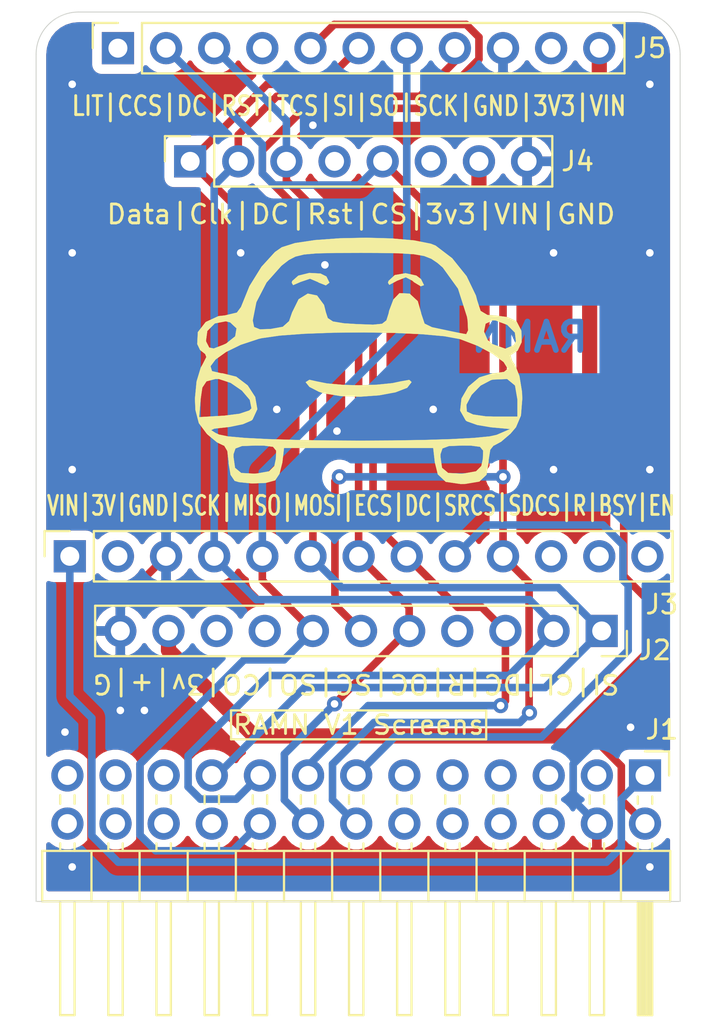
<source format=kicad_pcb>
(kicad_pcb (version 20171130) (host pcbnew "(5.1.8)-1")

  (general
    (thickness 1.6)
    (drawings 20)
    (tracks 170)
    (zones 0)
    (modules 6)
    (nets 39)
  )

  (page A4)
  (layers
    (0 F.Cu signal)
    (31 B.Cu signal)
    (32 B.Adhes user)
    (33 F.Adhes user)
    (34 B.Paste user)
    (35 F.Paste user)
    (36 B.SilkS user)
    (37 F.SilkS user)
    (38 B.Mask user)
    (39 F.Mask user hide)
    (40 Dwgs.User user hide)
    (41 Cmts.User user hide)
    (42 Eco1.User user hide)
    (43 Eco2.User user hide)
    (44 Edge.Cuts user)
    (45 Margin user)
    (46 B.CrtYd user)
    (47 F.CrtYd user)
    (48 B.Fab user hide)
    (49 F.Fab user hide)
  )

  (setup
    (last_trace_width 0.4)
    (trace_clearance 0.2)
    (zone_clearance 0.508)
    (zone_45_only no)
    (trace_min 0.2)
    (via_size 0.8)
    (via_drill 0.4)
    (via_min_size 0.4)
    (via_min_drill 0.3)
    (uvia_size 0.3)
    (uvia_drill 0.1)
    (uvias_allowed no)
    (uvia_min_size 0.2)
    (uvia_min_drill 0.1)
    (edge_width 0.05)
    (segment_width 0.2)
    (pcb_text_width 0.3)
    (pcb_text_size 1.5 1.5)
    (mod_edge_width 0.12)
    (mod_text_size 1 1)
    (mod_text_width 0.15)
    (pad_size 1.524 1.524)
    (pad_drill 0.762)
    (pad_to_mask_clearance 0.051)
    (solder_mask_min_width 0.25)
    (aux_axis_origin 19.05 20.32)
    (visible_elements 7FFFFFFF)
    (pcbplotparams
      (layerselection 0x010ec_ffffffff)
      (usegerberextensions false)
      (usegerberattributes false)
      (usegerberadvancedattributes false)
      (creategerberjobfile false)
      (excludeedgelayer true)
      (linewidth 0.100000)
      (plotframeref false)
      (viasonmask false)
      (mode 1)
      (useauxorigin false)
      (hpglpennumber 1)
      (hpglpenspeed 20)
      (hpglpendiameter 15.000000)
      (psnegative false)
      (psa4output false)
      (plotreference true)
      (plotvalue true)
      (plotinvisibletext false)
      (padsonsilk false)
      (subtractmaskfromsilk false)
      (outputformat 1)
      (mirror false)
      (drillshape 0)
      (scaleselection 1)
      (outputdirectory "CAD/"))
  )

  (net 0 "")
  (net 1 GND)
  (net 2 +5V)
  (net 3 DC)
  (net 4 /3V3_ECU)
  (net 5 MOSI)
  (net 6 MISO)
  (net 7 SCK)
  (net 8 LCD_CS)
  (net 9 SRAM_CS)
  (net 10 SD_CS)
  (net 11 "Net-(J1-Pad26)")
  (net 12 "Net-(J1-Pad25)")
  (net 13 "Net-(J1-Pad24)")
  (net 14 "Net-(J1-Pad23)")
  (net 15 "Net-(J1-Pad22)")
  (net 16 "Net-(J1-Pad21)")
  (net 17 "Net-(J1-Pad20)")
  (net 18 "Net-(J1-Pad12)")
  (net 19 "Net-(J1-Pad11)")
  (net 20 "Net-(J1-Pad10)")
  (net 21 "Net-(J1-Pad9)")
  (net 22 "Net-(J1-Pad8)")
  (net 23 "Net-(J1-Pad7)")
  (net 24 "Net-(J1-Pad6)")
  (net 25 "Net-(J1-Pad5)")
  (net 26 "Net-(J1-Pad3)")
  (net 27 "Net-(J3-Pad2)")
  (net 28 "Net-(J3-Pad11)")
  (net 29 "Net-(J3-Pad12)")
  (net 30 "Net-(J3-Pad13)")
  (net 31 "Net-(J4-Pad4)")
  (net 32 "Net-(J5-Pad4)")
  (net 33 "Net-(J4-Pad6)")
  (net 34 "Net-(J2-Pad9)")
  (net 35 "Net-(J2-Pad8)")
  (net 36 "Net-(J5-Pad1)")
  (net 37 "Net-(J5-Pad10)")
  (net 38 "Net-(J2-Pad4)")

  (net_class Default "This is the default net class."
    (clearance 0.2)
    (trace_width 0.4)
    (via_dia 0.8)
    (via_drill 0.4)
    (uvia_dia 0.3)
    (uvia_drill 0.1)
    (add_net DC)
    (add_net GND)
    (add_net LCD_CS)
    (add_net MISO)
    (add_net MOSI)
    (add_net "Net-(J1-Pad10)")
    (add_net "Net-(J1-Pad11)")
    (add_net "Net-(J1-Pad12)")
    (add_net "Net-(J1-Pad20)")
    (add_net "Net-(J1-Pad21)")
    (add_net "Net-(J1-Pad22)")
    (add_net "Net-(J1-Pad23)")
    (add_net "Net-(J1-Pad24)")
    (add_net "Net-(J1-Pad25)")
    (add_net "Net-(J1-Pad26)")
    (add_net "Net-(J1-Pad3)")
    (add_net "Net-(J1-Pad5)")
    (add_net "Net-(J1-Pad6)")
    (add_net "Net-(J1-Pad7)")
    (add_net "Net-(J1-Pad8)")
    (add_net "Net-(J1-Pad9)")
    (add_net "Net-(J2-Pad4)")
    (add_net "Net-(J2-Pad8)")
    (add_net "Net-(J2-Pad9)")
    (add_net "Net-(J3-Pad11)")
    (add_net "Net-(J3-Pad12)")
    (add_net "Net-(J3-Pad13)")
    (add_net "Net-(J3-Pad2)")
    (add_net "Net-(J4-Pad4)")
    (add_net "Net-(J4-Pad6)")
    (add_net "Net-(J5-Pad1)")
    (add_net "Net-(J5-Pad10)")
    (add_net "Net-(J5-Pad4)")
    (add_net SCK)
    (add_net SD_CS)
    (add_net SRAM_CS)
  )

  (net_class 3V ""
    (clearance 0.2)
    (trace_width 0.4)
    (via_dia 0.8)
    (via_drill 0.4)
    (uvia_dia 0.3)
    (uvia_drill 0.1)
    (add_net /3V3_ECU)
  )

  (net_class 5V ""
    (clearance 0.2)
    (trace_width 0.8)
    (via_dia 0.8)
    (via_drill 0.4)
    (uvia_dia 0.3)
    (uvia_drill 0.1)
    (add_net +5V)
  )

  (module drawings:ramona (layer F.Cu) (tedit 0) (tstamp 5FBFEA06)
    (at 29.083 36.703)
    (fp_text reference G*** (at 0 0) (layer F.SilkS) hide
      (effects (font (size 1.524 1.524) (thickness 0.3)))
    )
    (fp_text value LOGO (at 0.75 0) (layer F.SilkS) hide
      (effects (font (size 1.524 1.524) (thickness 0.3)))
    )
    (fp_poly (pts (xy 1.751171 -6.348173) (xy 2.933778 -6.243356) (xy 3.808567 -6.06933) (xy 4.063483 -5.969268)
      (xy 4.935547 -5.305344) (xy 5.697679 -4.357517) (xy 6.189775 -3.336342) (xy 6.252642 -3.090288)
      (xy 6.436166 -2.526389) (xy 6.796808 -2.312348) (xy 7.21995 -2.286001) (xy 7.883408 -2.195263)
      (xy 8.3312 -1.9812) (xy 8.588471 -1.476375) (xy 8.603897 -0.881004) (xy 8.387853 -0.428782)
      (xy 8.25865 -0.347254) (xy 8.017563 -0.18672) (xy 8.103076 0.10224) (xy 8.25865 0.33629)
      (xy 8.486715 0.912621) (xy 8.620936 1.736486) (xy 8.636 2.100062) (xy 8.565093 2.991484)
      (xy 8.302974 3.60829) (xy 8.012545 3.948545) (xy 7.52055 4.370174) (xy 7.14939 4.569577)
      (xy 7.123545 4.572) (xy 6.945861 4.794745) (xy 6.859563 5.340339) (xy 6.858 5.433824)
      (xy 6.751996 6.109353) (xy 6.37097 6.472364) (xy 5.620398 6.597279) (xy 5.376725 6.60011)
      (xy 4.598412 6.486284) (xy 4.180484 6.092827) (xy 4.023419 5.460174) (xy 3.989869 5.164666)
      (xy 4.318 5.164666) (xy 4.401617 5.749776) (xy 4.727437 6.021132) (xy 5.407915 6.057208)
      (xy 5.578921 6.044588) (xy 6.198848 5.932711) (xy 6.476584 5.652759) (xy 6.557371 5.2705)
      (xy 6.573285 4.843593) (xy 6.406301 4.639589) (xy 5.929606 4.576431) (xy 5.477871 4.572)
      (xy 4.764202 4.599275) (xy 4.42355 4.726745) (xy 4.321923 5.022876) (xy 4.318 5.164666)
      (xy 3.989869 5.164666) (xy 3.937 4.699) (xy -3.937 4.699) (xy -4.02342 5.460174)
      (xy -4.17567 6.064361) (xy -4.40442 6.408785) (xy -4.89482 6.541306) (xy -5.618639 6.573613)
      (xy -6.310616 6.502352) (xy -6.5405 6.43578) (xy -6.755086 6.119566) (xy -6.856733 5.517931)
      (xy -6.858 5.439833) (xy -6.890402 5.164666) (xy -6.604 5.164666) (xy -6.520383 5.749776)
      (xy -6.194563 6.021132) (xy -5.514085 6.057208) (xy -5.343079 6.044588) (xy -4.723152 5.932711)
      (xy -4.445416 5.652759) (xy -4.364629 5.2705) (xy -4.348715 4.843593) (xy -4.515699 4.639589)
      (xy -4.992394 4.576431) (xy -5.444129 4.572) (xy -6.157798 4.599275) (xy -6.49845 4.726745)
      (xy -6.600077 5.022876) (xy -6.604 5.164666) (xy -6.890402 5.164666) (xy -6.926192 4.860739)
      (xy -7.093369 4.577609) (xy -7.123546 4.572) (xy -7.468334 4.406794) (xy -7.95652 4.003539)
      (xy -8.012546 3.948545) (xy -8.430131 3.391635) (xy -8.512132 3.075668) (xy -8.414316 3.075668)
      (xy -7.084623 2.998334) (xy -6.285004 2.897321) (xy -5.766226 2.72426) (xy -5.652704 2.610715)
      (xy -5.74104 2.164584) (xy -6.157653 1.675906) (xy -6.750618 1.267869) (xy -7.368009 1.063662)
      (xy -7.561358 1.063097) (xy -8.02721 1.186178) (xy -8.248524 1.516994) (xy -8.334658 2.109334)
      (xy -8.414316 3.075668) (xy -8.512132 3.075668) (xy -8.610643 2.696085) (xy -8.636 2.100062)
      (xy -8.549736 1.195882) (xy -8.328286 0.463519) (xy -8.286253 0.390176) (xy -7.8149 0.390176)
      (xy -7.736329 0.650111) (xy -7.256833 0.761159) (xy -7.191871 0.762) (xy -6.457654 0.942935)
      (xy -5.853589 1.402254) (xy -5.456985 2.014727) (xy -5.345151 2.655123) (xy -5.595396 3.198213)
      (xy -5.654721 3.251972) (xy -6.103387 3.44622) (xy -6.809802 3.591515) (xy -6.988221 3.611459)
      (xy -7.612253 3.679951) (xy -7.782689 3.761136) (xy -7.552281 3.908611) (xy -7.366 3.995286)
      (xy -6.89496 4.092492) (xy -6.001796 4.172276) (xy -4.77209 4.23455) (xy -3.291422 4.279228)
      (xy -1.645374 4.306223) (xy 0.080474 4.315449) (xy 1.800541 4.306821) (xy 3.429246 4.28025)
      (xy 4.881008 4.235652) (xy 6.070246 4.172939) (xy 6.911379 4.092025) (xy 7.285964 4.010076)
      (xy 8.001 3.702152) (xy 6.98822 3.610149) (xy 6.257285 3.487245) (xy 5.724704 3.298968)
      (xy 5.65472 3.251972) (xy 5.357696 2.73054) (xy 5.392173 2.421752) (xy 5.687939 2.421752)
      (xy 5.708096 2.78283) (xy 6.037915 2.936761) (xy 6.694684 3.032432) (xy 7.12699 3.048)
      (xy 8.382 3.048) (xy 8.382 2.151028) (xy 8.253788 1.404578) (xy 7.839028 1.063639)
      (xy 7.092534 1.094786) (xy 6.987645 1.119639) (xy 6.43797 1.409521) (xy 5.963271 1.897453)
      (xy 5.687939 2.421752) (xy 5.392173 2.421752) (xy 5.428884 2.092962) (xy 5.791051 1.467312)
      (xy 6.366964 0.981661) (xy 7.07939 0.764083) (xy 7.156275 0.762) (xy 7.671924 0.68953)
      (xy 7.874 0.525295) (xy 7.653817 0.170731) (xy 7.079566 -0.259703) (xy 6.280693 -0.686062)
      (xy 5.386644 -1.028398) (xy 5.331671 -1.044853) (xy 4.527688 -1.192573) (xy 3.338288 -1.299924)
      (xy 1.884457 -1.36679) (xy 0.287178 -1.393057) (xy -1.332561 -1.37861) (xy -2.853776 -1.323336)
      (xy -4.155482 -1.22712) (xy -5.116693 -1.089848) (xy -5.267555 -1.054873) (xy -6.218872 -0.74117)
      (xy -6.99879 -0.359642) (xy -7.549926 0.035532) (xy -7.8149 0.390176) (xy -8.286253 0.390176)
      (xy -8.240598 0.310516) (xy -8.033612 -0.094408) (xy -8.096481 -0.254) (xy -8.363927 -0.464407)
      (xy -8.514778 -0.780203) (xy -8.506061 -0.948238) (xy -8.0559 -0.948238) (xy -8.037389 -0.892235)
      (xy -7.884941 -0.592797) (xy -7.646002 -0.543749) (xy -7.154176 -0.731634) (xy -6.987048 -0.807284)
      (xy -6.511604 -1.187044) (xy -6.441717 -1.607929) (xy -6.774491 -1.920716) (xy -7.009822 -1.980758)
      (xy -7.584028 -1.868812) (xy -7.985076 -1.469178) (xy -8.0559 -0.948238) (xy -8.506061 -0.948238)
      (xy -8.48225 -1.407187) (xy -8.066944 -1.94082) (xy -7.885173 -2.024826) (xy -5.588 -2.024826)
      (xy -5.516446 -1.677815) (xy -5.207709 -1.553442) (xy -4.650193 -1.572168) (xy -4.000104 -1.688354)
      (xy -3.668458 -1.986559) (xy -3.506949 -2.449419) (xy -3.164765 -3.142138) (xy -2.683468 -3.438777)
      (xy -2.193512 -3.338703) (xy -1.82535 -2.841283) (xy -1.729749 -2.458055) (xy -1.628227 -2.147348)
      (xy -1.353893 -1.968201) (xy -0.784583 -1.873625) (xy -0.097498 -1.830263) (xy 0.757945 -1.799244)
      (xy 1.23627 -1.846614) (xy 1.46776 -2.026069) (xy 1.582695 -2.391302) (xy 1.611851 -2.534758)
      (xy 1.836962 -3.130111) (xy 2.157083 -3.463412) (xy 2.689367 -3.438354) (xy 3.11875 -3.041789)
      (xy 3.301813 -2.408588) (xy 3.302 -2.386739) (xy 3.480098 -1.85605) (xy 3.8735 -1.665729)
      (xy 4.760844 -1.477275) (xy 5.282347 -1.369593) (xy 5.568713 -1.316182) (xy 5.679767 -1.299465)
      (xy 5.748292 -1.437707) (xy 6.613822 -1.437707) (xy 6.810484 -0.984185) (xy 7.0485 -0.782346)
      (xy 7.741132 -0.531441) (xy 8.192151 -0.722993) (xy 8.304241 -0.925731) (xy 8.247018 -1.38382)
      (xy 7.84094 -1.793615) (xy 7.237659 -2.019903) (xy 7.063453 -2.032) (xy 6.698914 -1.851278)
      (xy 6.613822 -1.437707) (xy 5.748292 -1.437707) (xy 5.778278 -1.4982) (xy 5.75201 -2.02886)
      (xy 5.721492 -2.213724) (xy 5.246183 -3.700574) (xy 4.442253 -4.813723) (xy 4.16182 -5.057573)
      (xy 3.838559 -5.275574) (xy 3.456314 -5.424561) (xy 2.917027 -5.517379) (xy 2.12264 -5.566871)
      (xy 0.975097 -5.585881) (xy 0.112234 -5.588001) (xy -1.25943 -5.583994) (xy -2.223804 -5.560975)
      (xy -2.88159 -5.502447) (xy -3.333493 -5.391911) (xy -3.680215 -5.21287) (xy -4.022459 -4.948826)
      (xy -4.07905 -4.90136) (xy -4.858128 -4.025238) (xy -5.396579 -2.986244) (xy -5.588 -2.024826)
      (xy -7.885173 -2.024826) (xy -7.392848 -2.252354) (xy -7.064662 -2.286) (xy -6.42356 -2.436899)
      (xy -6.20558 -2.7305) (xy -5.759456 -3.832044) (xy -5.124393 -4.854588) (xy -4.414052 -5.631703)
      (xy -4.052092 -5.883862) (xy -3.356272 -6.103773) (xy -2.292977 -6.26158) (xy -0.997266 -6.355864)
      (xy 0.395803 -6.385202) (xy 1.751171 -6.348173)) (layer F.SilkS) (width 0.01))
    (fp_poly (pts (xy -2.2225 1.189383) (xy -1.671085 1.298885) (xy -0.81422 1.374116) (xy 0 1.397)
      (xy 0.957316 1.365563) (xy 1.780486 1.283852) (xy 2.2225 1.189383) (xy 2.673969 1.11116)
      (xy 2.794 1.228035) (xy 2.561985 1.527631) (xy 1.948929 1.764167) (xy 1.079312 1.92469)
      (xy 0.077615 1.996249) (xy -0.931681 1.965892) (xy -1.824095 1.820667) (xy -2.0955 1.73678)
      (xy -2.595544 1.478286) (xy -2.794 1.231716) (xy -2.595127 1.105535) (xy -2.2225 1.189383)) (layer F.SilkS) (width 0.01))
    (fp_poly (pts (xy -2.010305 -4.496605) (xy -1.700491 -4.342091) (xy -1.540631 -4.015102) (xy -1.728164 -3.873881)
      (xy -2.108969 -4.023259) (xy -2.136626 -4.045431) (xy -2.564301 -4.225069) (xy -3.061153 -4.056962)
      (xy -3.456341 -3.887441) (xy -3.526853 -4.015622) (xy -3.502301 -4.102836) (xy -3.181299 -4.386288)
      (xy -2.604049 -4.528157) (xy -2.010305 -4.496605)) (layer F.SilkS) (width 0.01))
    (fp_poly (pts (xy 3.045528 -4.389354) (xy 3.291342 -4.203842) (xy 3.448287 -3.887599) (xy 3.282081 -3.826024)
      (xy 2.921982 -4.042722) (xy 2.83846 -4.12114) (xy 2.489931 -4.301417) (xy 2.021269 -4.116132)
      (xy 1.998022 -4.101728) (xy 1.61982 -3.901794) (xy 1.551539 -4.008839) (xy 1.57945 -4.108088)
      (xy 1.909328 -4.416469) (xy 2.475344 -4.514549) (xy 3.045528 -4.389354)) (layer F.SilkS) (width 0.01))
  )

  (module Connector_PinHeader_2.54mm:PinHeader_2x13_P2.54mm_Horizontal (layer F.Cu) (tedit 59FED5CB) (tstamp 5FC06A6D)
    (at 44.196 58.674 270)
    (descr "Through hole angled pin header, 2x13, 2.54mm pitch, 6mm pin length, double rows")
    (tags "Through hole angled pin header THT 2x13 2.54mm double row")
    (path /5D87B279)
    (fp_text reference J1 (at -2.413 -0.889 180) (layer F.SilkS)
      (effects (font (size 1 1) (thickness 0.15)))
    )
    (fp_text value " " (at 5.655 32.75 90) (layer F.Fab)
      (effects (font (size 1 1) (thickness 0.15)))
    )
    (fp_line (start 4.675 -1.27) (end 6.58 -1.27) (layer F.Fab) (width 0.1))
    (fp_line (start 6.58 -1.27) (end 6.58 31.75) (layer F.Fab) (width 0.1))
    (fp_line (start 6.58 31.75) (end 4.04 31.75) (layer F.Fab) (width 0.1))
    (fp_line (start 4.04 31.75) (end 4.04 -0.635) (layer F.Fab) (width 0.1))
    (fp_line (start 4.04 -0.635) (end 4.675 -1.27) (layer F.Fab) (width 0.1))
    (fp_line (start -0.32 -0.32) (end 4.04 -0.32) (layer F.Fab) (width 0.1))
    (fp_line (start -0.32 -0.32) (end -0.32 0.32) (layer F.Fab) (width 0.1))
    (fp_line (start -0.32 0.32) (end 4.04 0.32) (layer F.Fab) (width 0.1))
    (fp_line (start 6.58 -0.32) (end 12.58 -0.32) (layer F.Fab) (width 0.1))
    (fp_line (start 12.58 -0.32) (end 12.58 0.32) (layer F.Fab) (width 0.1))
    (fp_line (start 6.58 0.32) (end 12.58 0.32) (layer F.Fab) (width 0.1))
    (fp_line (start -0.32 2.22) (end 4.04 2.22) (layer F.Fab) (width 0.1))
    (fp_line (start -0.32 2.22) (end -0.32 2.86) (layer F.Fab) (width 0.1))
    (fp_line (start -0.32 2.86) (end 4.04 2.86) (layer F.Fab) (width 0.1))
    (fp_line (start 6.58 2.22) (end 12.58 2.22) (layer F.Fab) (width 0.1))
    (fp_line (start 12.58 2.22) (end 12.58 2.86) (layer F.Fab) (width 0.1))
    (fp_line (start 6.58 2.86) (end 12.58 2.86) (layer F.Fab) (width 0.1))
    (fp_line (start -0.32 4.76) (end 4.04 4.76) (layer F.Fab) (width 0.1))
    (fp_line (start -0.32 4.76) (end -0.32 5.4) (layer F.Fab) (width 0.1))
    (fp_line (start -0.32 5.4) (end 4.04 5.4) (layer F.Fab) (width 0.1))
    (fp_line (start 6.58 4.76) (end 12.58 4.76) (layer F.Fab) (width 0.1))
    (fp_line (start 12.58 4.76) (end 12.58 5.4) (layer F.Fab) (width 0.1))
    (fp_line (start 6.58 5.4) (end 12.58 5.4) (layer F.Fab) (width 0.1))
    (fp_line (start -0.32 7.3) (end 4.04 7.3) (layer F.Fab) (width 0.1))
    (fp_line (start -0.32 7.3) (end -0.32 7.94) (layer F.Fab) (width 0.1))
    (fp_line (start -0.32 7.94) (end 4.04 7.94) (layer F.Fab) (width 0.1))
    (fp_line (start 6.58 7.3) (end 12.58 7.3) (layer F.Fab) (width 0.1))
    (fp_line (start 12.58 7.3) (end 12.58 7.94) (layer F.Fab) (width 0.1))
    (fp_line (start 6.58 7.94) (end 12.58 7.94) (layer F.Fab) (width 0.1))
    (fp_line (start -0.32 9.84) (end 4.04 9.84) (layer F.Fab) (width 0.1))
    (fp_line (start -0.32 9.84) (end -0.32 10.48) (layer F.Fab) (width 0.1))
    (fp_line (start -0.32 10.48) (end 4.04 10.48) (layer F.Fab) (width 0.1))
    (fp_line (start 6.58 9.84) (end 12.58 9.84) (layer F.Fab) (width 0.1))
    (fp_line (start 12.58 9.84) (end 12.58 10.48) (layer F.Fab) (width 0.1))
    (fp_line (start 6.58 10.48) (end 12.58 10.48) (layer F.Fab) (width 0.1))
    (fp_line (start -0.32 12.38) (end 4.04 12.38) (layer F.Fab) (width 0.1))
    (fp_line (start -0.32 12.38) (end -0.32 13.02) (layer F.Fab) (width 0.1))
    (fp_line (start -0.32 13.02) (end 4.04 13.02) (layer F.Fab) (width 0.1))
    (fp_line (start 6.58 12.38) (end 12.58 12.38) (layer F.Fab) (width 0.1))
    (fp_line (start 12.58 12.38) (end 12.58 13.02) (layer F.Fab) (width 0.1))
    (fp_line (start 6.58 13.02) (end 12.58 13.02) (layer F.Fab) (width 0.1))
    (fp_line (start -0.32 14.92) (end 4.04 14.92) (layer F.Fab) (width 0.1))
    (fp_line (start -0.32 14.92) (end -0.32 15.56) (layer F.Fab) (width 0.1))
    (fp_line (start -0.32 15.56) (end 4.04 15.56) (layer F.Fab) (width 0.1))
    (fp_line (start 6.58 14.92) (end 12.58 14.92) (layer F.Fab) (width 0.1))
    (fp_line (start 12.58 14.92) (end 12.58 15.56) (layer F.Fab) (width 0.1))
    (fp_line (start 6.58 15.56) (end 12.58 15.56) (layer F.Fab) (width 0.1))
    (fp_line (start -0.32 17.46) (end 4.04 17.46) (layer F.Fab) (width 0.1))
    (fp_line (start -0.32 17.46) (end -0.32 18.1) (layer F.Fab) (width 0.1))
    (fp_line (start -0.32 18.1) (end 4.04 18.1) (layer F.Fab) (width 0.1))
    (fp_line (start 6.58 17.46) (end 12.58 17.46) (layer F.Fab) (width 0.1))
    (fp_line (start 12.58 17.46) (end 12.58 18.1) (layer F.Fab) (width 0.1))
    (fp_line (start 6.58 18.1) (end 12.58 18.1) (layer F.Fab) (width 0.1))
    (fp_line (start -0.32 20) (end 4.04 20) (layer F.Fab) (width 0.1))
    (fp_line (start -0.32 20) (end -0.32 20.64) (layer F.Fab) (width 0.1))
    (fp_line (start -0.32 20.64) (end 4.04 20.64) (layer F.Fab) (width 0.1))
    (fp_line (start 6.58 20) (end 12.58 20) (layer F.Fab) (width 0.1))
    (fp_line (start 12.58 20) (end 12.58 20.64) (layer F.Fab) (width 0.1))
    (fp_line (start 6.58 20.64) (end 12.58 20.64) (layer F.Fab) (width 0.1))
    (fp_line (start -0.32 22.54) (end 4.04 22.54) (layer F.Fab) (width 0.1))
    (fp_line (start -0.32 22.54) (end -0.32 23.18) (layer F.Fab) (width 0.1))
    (fp_line (start -0.32 23.18) (end 4.04 23.18) (layer F.Fab) (width 0.1))
    (fp_line (start 6.58 22.54) (end 12.58 22.54) (layer F.Fab) (width 0.1))
    (fp_line (start 12.58 22.54) (end 12.58 23.18) (layer F.Fab) (width 0.1))
    (fp_line (start 6.58 23.18) (end 12.58 23.18) (layer F.Fab) (width 0.1))
    (fp_line (start -0.32 25.08) (end 4.04 25.08) (layer F.Fab) (width 0.1))
    (fp_line (start -0.32 25.08) (end -0.32 25.72) (layer F.Fab) (width 0.1))
    (fp_line (start -0.32 25.72) (end 4.04 25.72) (layer F.Fab) (width 0.1))
    (fp_line (start 6.58 25.08) (end 12.58 25.08) (layer F.Fab) (width 0.1))
    (fp_line (start 12.58 25.08) (end 12.58 25.72) (layer F.Fab) (width 0.1))
    (fp_line (start 6.58 25.72) (end 12.58 25.72) (layer F.Fab) (width 0.1))
    (fp_line (start -0.32 27.62) (end 4.04 27.62) (layer F.Fab) (width 0.1))
    (fp_line (start -0.32 27.62) (end -0.32 28.26) (layer F.Fab) (width 0.1))
    (fp_line (start -0.32 28.26) (end 4.04 28.26) (layer F.Fab) (width 0.1))
    (fp_line (start 6.58 27.62) (end 12.58 27.62) (layer F.Fab) (width 0.1))
    (fp_line (start 12.58 27.62) (end 12.58 28.26) (layer F.Fab) (width 0.1))
    (fp_line (start 6.58 28.26) (end 12.58 28.26) (layer F.Fab) (width 0.1))
    (fp_line (start -0.32 30.16) (end 4.04 30.16) (layer F.Fab) (width 0.1))
    (fp_line (start -0.32 30.16) (end -0.32 30.8) (layer F.Fab) (width 0.1))
    (fp_line (start -0.32 30.8) (end 4.04 30.8) (layer F.Fab) (width 0.1))
    (fp_line (start 6.58 30.16) (end 12.58 30.16) (layer F.Fab) (width 0.1))
    (fp_line (start 12.58 30.16) (end 12.58 30.8) (layer F.Fab) (width 0.1))
    (fp_line (start 6.58 30.8) (end 12.58 30.8) (layer F.Fab) (width 0.1))
    (fp_line (start 3.98 -1.33) (end 3.98 31.81) (layer F.SilkS) (width 0.12))
    (fp_line (start 3.98 31.81) (end 6.64 31.81) (layer F.SilkS) (width 0.12))
    (fp_line (start 6.64 31.81) (end 6.64 -1.33) (layer F.SilkS) (width 0.12))
    (fp_line (start 6.64 -1.33) (end 3.98 -1.33) (layer F.SilkS) (width 0.12))
    (fp_line (start 6.64 -0.38) (end 12.64 -0.38) (layer F.SilkS) (width 0.12))
    (fp_line (start 12.64 -0.38) (end 12.64 0.38) (layer F.SilkS) (width 0.12))
    (fp_line (start 12.64 0.38) (end 6.64 0.38) (layer F.SilkS) (width 0.12))
    (fp_line (start 6.64 -0.32) (end 12.64 -0.32) (layer F.SilkS) (width 0.12))
    (fp_line (start 6.64 -0.2) (end 12.64 -0.2) (layer F.SilkS) (width 0.12))
    (fp_line (start 6.64 -0.08) (end 12.64 -0.08) (layer F.SilkS) (width 0.12))
    (fp_line (start 6.64 0.04) (end 12.64 0.04) (layer F.SilkS) (width 0.12))
    (fp_line (start 6.64 0.16) (end 12.64 0.16) (layer F.SilkS) (width 0.12))
    (fp_line (start 6.64 0.28) (end 12.64 0.28) (layer F.SilkS) (width 0.12))
    (fp_line (start 3.582929 -0.38) (end 3.98 -0.38) (layer F.SilkS) (width 0.12))
    (fp_line (start 3.582929 0.38) (end 3.98 0.38) (layer F.SilkS) (width 0.12))
    (fp_line (start 1.11 -0.38) (end 1.497071 -0.38) (layer F.SilkS) (width 0.12))
    (fp_line (start 1.11 0.38) (end 1.497071 0.38) (layer F.SilkS) (width 0.12))
    (fp_line (start 3.98 1.27) (end 6.64 1.27) (layer F.SilkS) (width 0.12))
    (fp_line (start 6.64 2.16) (end 12.64 2.16) (layer F.SilkS) (width 0.12))
    (fp_line (start 12.64 2.16) (end 12.64 2.92) (layer F.SilkS) (width 0.12))
    (fp_line (start 12.64 2.92) (end 6.64 2.92) (layer F.SilkS) (width 0.12))
    (fp_line (start 3.582929 2.16) (end 3.98 2.16) (layer F.SilkS) (width 0.12))
    (fp_line (start 3.582929 2.92) (end 3.98 2.92) (layer F.SilkS) (width 0.12))
    (fp_line (start 1.042929 2.16) (end 1.497071 2.16) (layer F.SilkS) (width 0.12))
    (fp_line (start 1.042929 2.92) (end 1.497071 2.92) (layer F.SilkS) (width 0.12))
    (fp_line (start 3.98 3.81) (end 6.64 3.81) (layer F.SilkS) (width 0.12))
    (fp_line (start 6.64 4.7) (end 12.64 4.7) (layer F.SilkS) (width 0.12))
    (fp_line (start 12.64 4.7) (end 12.64 5.46) (layer F.SilkS) (width 0.12))
    (fp_line (start 12.64 5.46) (end 6.64 5.46) (layer F.SilkS) (width 0.12))
    (fp_line (start 3.582929 4.7) (end 3.98 4.7) (layer F.SilkS) (width 0.12))
    (fp_line (start 3.582929 5.46) (end 3.98 5.46) (layer F.SilkS) (width 0.12))
    (fp_line (start 1.042929 4.7) (end 1.497071 4.7) (layer F.SilkS) (width 0.12))
    (fp_line (start 1.042929 5.46) (end 1.497071 5.46) (layer F.SilkS) (width 0.12))
    (fp_line (start 3.98 6.35) (end 6.64 6.35) (layer F.SilkS) (width 0.12))
    (fp_line (start 6.64 7.24) (end 12.64 7.24) (layer F.SilkS) (width 0.12))
    (fp_line (start 12.64 7.24) (end 12.64 8) (layer F.SilkS) (width 0.12))
    (fp_line (start 12.64 8) (end 6.64 8) (layer F.SilkS) (width 0.12))
    (fp_line (start 3.582929 7.24) (end 3.98 7.24) (layer F.SilkS) (width 0.12))
    (fp_line (start 3.582929 8) (end 3.98 8) (layer F.SilkS) (width 0.12))
    (fp_line (start 1.042929 7.24) (end 1.497071 7.24) (layer F.SilkS) (width 0.12))
    (fp_line (start 1.042929 8) (end 1.497071 8) (layer F.SilkS) (width 0.12))
    (fp_line (start 3.98 8.89) (end 6.64 8.89) (layer F.SilkS) (width 0.12))
    (fp_line (start 6.64 9.78) (end 12.64 9.78) (layer F.SilkS) (width 0.12))
    (fp_line (start 12.64 9.78) (end 12.64 10.54) (layer F.SilkS) (width 0.12))
    (fp_line (start 12.64 10.54) (end 6.64 10.54) (layer F.SilkS) (width 0.12))
    (fp_line (start 3.582929 9.78) (end 3.98 9.78) (layer F.SilkS) (width 0.12))
    (fp_line (start 3.582929 10.54) (end 3.98 10.54) (layer F.SilkS) (width 0.12))
    (fp_line (start 1.042929 9.78) (end 1.497071 9.78) (layer F.SilkS) (width 0.12))
    (fp_line (start 1.042929 10.54) (end 1.497071 10.54) (layer F.SilkS) (width 0.12))
    (fp_line (start 3.98 11.43) (end 6.64 11.43) (layer F.SilkS) (width 0.12))
    (fp_line (start 6.64 12.32) (end 12.64 12.32) (layer F.SilkS) (width 0.12))
    (fp_line (start 12.64 12.32) (end 12.64 13.08) (layer F.SilkS) (width 0.12))
    (fp_line (start 12.64 13.08) (end 6.64 13.08) (layer F.SilkS) (width 0.12))
    (fp_line (start 3.582929 12.32) (end 3.98 12.32) (layer F.SilkS) (width 0.12))
    (fp_line (start 3.582929 13.08) (end 3.98 13.08) (layer F.SilkS) (width 0.12))
    (fp_line (start 1.042929 12.32) (end 1.497071 12.32) (layer F.SilkS) (width 0.12))
    (fp_line (start 1.042929 13.08) (end 1.497071 13.08) (layer F.SilkS) (width 0.12))
    (fp_line (start 3.98 13.97) (end 6.64 13.97) (layer F.SilkS) (width 0.12))
    (fp_line (start 6.64 14.86) (end 12.64 14.86) (layer F.SilkS) (width 0.12))
    (fp_line (start 12.64 14.86) (end 12.64 15.62) (layer F.SilkS) (width 0.12))
    (fp_line (start 12.64 15.62) (end 6.64 15.62) (layer F.SilkS) (width 0.12))
    (fp_line (start 3.582929 14.86) (end 3.98 14.86) (layer F.SilkS) (width 0.12))
    (fp_line (start 3.582929 15.62) (end 3.98 15.62) (layer F.SilkS) (width 0.12))
    (fp_line (start 1.042929 14.86) (end 1.497071 14.86) (layer F.SilkS) (width 0.12))
    (fp_line (start 1.042929 15.62) (end 1.497071 15.62) (layer F.SilkS) (width 0.12))
    (fp_line (start 3.98 16.51) (end 6.64 16.51) (layer F.SilkS) (width 0.12))
    (fp_line (start 6.64 17.4) (end 12.64 17.4) (layer F.SilkS) (width 0.12))
    (fp_line (start 12.64 17.4) (end 12.64 18.16) (layer F.SilkS) (width 0.12))
    (fp_line (start 12.64 18.16) (end 6.64 18.16) (layer F.SilkS) (width 0.12))
    (fp_line (start 3.582929 17.4) (end 3.98 17.4) (layer F.SilkS) (width 0.12))
    (fp_line (start 3.582929 18.16) (end 3.98 18.16) (layer F.SilkS) (width 0.12))
    (fp_line (start 1.042929 17.4) (end 1.497071 17.4) (layer F.SilkS) (width 0.12))
    (fp_line (start 1.042929 18.16) (end 1.497071 18.16) (layer F.SilkS) (width 0.12))
    (fp_line (start 3.98 19.05) (end 6.64 19.05) (layer F.SilkS) (width 0.12))
    (fp_line (start 6.64 19.94) (end 12.64 19.94) (layer F.SilkS) (width 0.12))
    (fp_line (start 12.64 19.94) (end 12.64 20.7) (layer F.SilkS) (width 0.12))
    (fp_line (start 12.64 20.7) (end 6.64 20.7) (layer F.SilkS) (width 0.12))
    (fp_line (start 3.582929 19.94) (end 3.98 19.94) (layer F.SilkS) (width 0.12))
    (fp_line (start 3.582929 20.7) (end 3.98 20.7) (layer F.SilkS) (width 0.12))
    (fp_line (start 1.042929 19.94) (end 1.497071 19.94) (layer F.SilkS) (width 0.12))
    (fp_line (start 1.042929 20.7) (end 1.497071 20.7) (layer F.SilkS) (width 0.12))
    (fp_line (start 3.98 21.59) (end 6.64 21.59) (layer F.SilkS) (width 0.12))
    (fp_line (start 6.64 22.48) (end 12.64 22.48) (layer F.SilkS) (width 0.12))
    (fp_line (start 12.64 22.48) (end 12.64 23.24) (layer F.SilkS) (width 0.12))
    (fp_line (start 12.64 23.24) (end 6.64 23.24) (layer F.SilkS) (width 0.12))
    (fp_line (start 3.582929 22.48) (end 3.98 22.48) (layer F.SilkS) (width 0.12))
    (fp_line (start 3.582929 23.24) (end 3.98 23.24) (layer F.SilkS) (width 0.12))
    (fp_line (start 1.042929 22.48) (end 1.497071 22.48) (layer F.SilkS) (width 0.12))
    (fp_line (start 1.042929 23.24) (end 1.497071 23.24) (layer F.SilkS) (width 0.12))
    (fp_line (start 3.98 24.13) (end 6.64 24.13) (layer F.SilkS) (width 0.12))
    (fp_line (start 6.64 25.02) (end 12.64 25.02) (layer F.SilkS) (width 0.12))
    (fp_line (start 12.64 25.02) (end 12.64 25.78) (layer F.SilkS) (width 0.12))
    (fp_line (start 12.64 25.78) (end 6.64 25.78) (layer F.SilkS) (width 0.12))
    (fp_line (start 3.582929 25.02) (end 3.98 25.02) (layer F.SilkS) (width 0.12))
    (fp_line (start 3.582929 25.78) (end 3.98 25.78) (layer F.SilkS) (width 0.12))
    (fp_line (start 1.042929 25.02) (end 1.497071 25.02) (layer F.SilkS) (width 0.12))
    (fp_line (start 1.042929 25.78) (end 1.497071 25.78) (layer F.SilkS) (width 0.12))
    (fp_line (start 3.98 26.67) (end 6.64 26.67) (layer F.SilkS) (width 0.12))
    (fp_line (start 6.64 27.56) (end 12.64 27.56) (layer F.SilkS) (width 0.12))
    (fp_line (start 12.64 27.56) (end 12.64 28.32) (layer F.SilkS) (width 0.12))
    (fp_line (start 12.64 28.32) (end 6.64 28.32) (layer F.SilkS) (width 0.12))
    (fp_line (start 3.582929 27.56) (end 3.98 27.56) (layer F.SilkS) (width 0.12))
    (fp_line (start 3.582929 28.32) (end 3.98 28.32) (layer F.SilkS) (width 0.12))
    (fp_line (start 1.042929 27.56) (end 1.497071 27.56) (layer F.SilkS) (width 0.12))
    (fp_line (start 1.042929 28.32) (end 1.497071 28.32) (layer F.SilkS) (width 0.12))
    (fp_line (start 3.98 29.21) (end 6.64 29.21) (layer F.SilkS) (width 0.12))
    (fp_line (start 6.64 30.1) (end 12.64 30.1) (layer F.SilkS) (width 0.12))
    (fp_line (start 12.64 30.1) (end 12.64 30.86) (layer F.SilkS) (width 0.12))
    (fp_line (start 12.64 30.86) (end 6.64 30.86) (layer F.SilkS) (width 0.12))
    (fp_line (start 3.582929 30.1) (end 3.98 30.1) (layer F.SilkS) (width 0.12))
    (fp_line (start 3.582929 30.86) (end 3.98 30.86) (layer F.SilkS) (width 0.12))
    (fp_line (start 1.042929 30.1) (end 1.497071 30.1) (layer F.SilkS) (width 0.12))
    (fp_line (start 1.042929 30.86) (end 1.497071 30.86) (layer F.SilkS) (width 0.12))
    (fp_line (start -1.27 0) (end -1.27 -1.27) (layer F.SilkS) (width 0.12))
    (fp_line (start -1.27 -1.27) (end 0 -1.27) (layer F.SilkS) (width 0.12))
    (fp_line (start -1.8 -1.8) (end -1.8 32.25) (layer F.CrtYd) (width 0.05))
    (fp_line (start -1.8 32.25) (end 13.1 32.25) (layer F.CrtYd) (width 0.05))
    (fp_line (start 13.1 32.25) (end 13.1 -1.8) (layer F.CrtYd) (width 0.05))
    (fp_line (start 13.1 -1.8) (end -1.8 -1.8) (layer F.CrtYd) (width 0.05))
    (fp_text user %R (at 5.31 15.24) (layer F.Fab)
      (effects (font (size 1 1) (thickness 0.15)))
    )
    (pad 26 thru_hole oval (at 2.54 30.48 270) (size 1.7 1.7) (drill 1) (layers *.Cu *.Mask)
      (net 11 "Net-(J1-Pad26)"))
    (pad 25 thru_hole oval (at 0 30.48 270) (size 1.7 1.7) (drill 1) (layers *.Cu *.Mask)
      (net 12 "Net-(J1-Pad25)"))
    (pad 24 thru_hole oval (at 2.54 27.94 270) (size 1.7 1.7) (drill 1) (layers *.Cu *.Mask)
      (net 13 "Net-(J1-Pad24)"))
    (pad 23 thru_hole oval (at 0 27.94 270) (size 1.7 1.7) (drill 1) (layers *.Cu *.Mask)
      (net 14 "Net-(J1-Pad23)"))
    (pad 22 thru_hole oval (at 2.54 25.4 270) (size 1.7 1.7) (drill 1) (layers *.Cu *.Mask)
      (net 15 "Net-(J1-Pad22)"))
    (pad 21 thru_hole oval (at 0 25.4 270) (size 1.7 1.7) (drill 1) (layers *.Cu *.Mask)
      (net 16 "Net-(J1-Pad21)"))
    (pad 20 thru_hole oval (at 2.54 22.86 270) (size 1.7 1.7) (drill 1) (layers *.Cu *.Mask)
      (net 17 "Net-(J1-Pad20)"))
    (pad 19 thru_hole oval (at 0 22.86 270) (size 1.7 1.7) (drill 1) (layers *.Cu *.Mask)
      (net 5 MOSI))
    (pad 18 thru_hole oval (at 2.54 20.32 270) (size 1.7 1.7) (drill 1) (layers *.Cu *.Mask)
      (net 6 MISO))
    (pad 17 thru_hole oval (at 0 20.32 270) (size 1.7 1.7) (drill 1) (layers *.Cu *.Mask)
      (net 7 SCK))
    (pad 16 thru_hole oval (at 2.54 17.78 270) (size 1.7 1.7) (drill 1) (layers *.Cu *.Mask)
      (net 8 LCD_CS))
    (pad 15 thru_hole oval (at 0 17.78 270) (size 1.7 1.7) (drill 1) (layers *.Cu *.Mask)
      (net 3 DC))
    (pad 14 thru_hole oval (at 2.54 15.24 270) (size 1.7 1.7) (drill 1) (layers *.Cu *.Mask)
      (net 10 SD_CS))
    (pad 13 thru_hole oval (at 0 15.24 270) (size 1.7 1.7) (drill 1) (layers *.Cu *.Mask)
      (net 9 SRAM_CS))
    (pad 12 thru_hole oval (at 2.54 12.7 270) (size 1.7 1.7) (drill 1) (layers *.Cu *.Mask)
      (net 18 "Net-(J1-Pad12)"))
    (pad 11 thru_hole oval (at 0 12.7 270) (size 1.7 1.7) (drill 1) (layers *.Cu *.Mask)
      (net 19 "Net-(J1-Pad11)"))
    (pad 10 thru_hole oval (at 2.54 10.16 270) (size 1.7 1.7) (drill 1) (layers *.Cu *.Mask)
      (net 20 "Net-(J1-Pad10)"))
    (pad 9 thru_hole oval (at 0 10.16 270) (size 1.7 1.7) (drill 1) (layers *.Cu *.Mask)
      (net 21 "Net-(J1-Pad9)"))
    (pad 8 thru_hole oval (at 2.54 7.62 270) (size 1.7 1.7) (drill 1) (layers *.Cu *.Mask)
      (net 22 "Net-(J1-Pad8)"))
    (pad 7 thru_hole oval (at 0 7.62 270) (size 1.7 1.7) (drill 1) (layers *.Cu *.Mask)
      (net 23 "Net-(J1-Pad7)"))
    (pad 6 thru_hole oval (at 2.54 5.08 270) (size 1.7 1.7) (drill 1) (layers *.Cu *.Mask)
      (net 24 "Net-(J1-Pad6)"))
    (pad 5 thru_hole oval (at 0 5.08 270) (size 1.7 1.7) (drill 1) (layers *.Cu *.Mask)
      (net 25 "Net-(J1-Pad5)"))
    (pad 4 thru_hole oval (at 2.54 2.54 270) (size 1.7 1.7) (drill 1) (layers *.Cu *.Mask)
      (net 1 GND))
    (pad 3 thru_hole oval (at 0 2.54 270) (size 1.7 1.7) (drill 1) (layers *.Cu *.Mask)
      (net 26 "Net-(J1-Pad3)"))
    (pad 2 thru_hole oval (at 2.54 0 270) (size 1.7 1.7) (drill 1) (layers *.Cu *.Mask)
      (net 2 +5V))
    (pad 1 thru_hole rect (at 0 0 270) (size 1.7 1.7) (drill 1) (layers *.Cu *.Mask)
      (net 4 /3V3_ECU))
    (model ${KISYS3DMOD}/Connector_PinHeader_2.54mm.3dshapes/PinHeader_2x13_P2.54mm_Horizontal.wrl
      (at (xyz 0 0 0))
      (scale (xyz 1 1 1))
      (rotate (xyz 0 0 0))
    )
  )

  (module Connector_PinSocket_2.54mm:PinSocket_1x11_P2.54mm_Vertical (layer F.Cu) (tedit 5A19A42E) (tstamp 5FBF6DFF)
    (at 41.91 51.054 270)
    (descr "Through hole straight socket strip, 1x11, 2.54mm pitch, single row (from Kicad 4.0.7), script generated")
    (tags "Through hole socket strip THT 1x11 2.54mm single row")
    (path /5DEEAF27)
    (fp_text reference J2 (at 1.016 -2.794 180) (layer F.SilkS)
      (effects (font (size 1 1) (thickness 0.15)))
    )
    (fp_text value 1431 (at 0 28.17 90) (layer F.Fab)
      (effects (font (size 1 1) (thickness 0.15)))
    )
    (fp_line (start -1.8 27.15) (end -1.8 -1.8) (layer F.CrtYd) (width 0.05))
    (fp_line (start 1.75 27.15) (end -1.8 27.15) (layer F.CrtYd) (width 0.05))
    (fp_line (start 1.75 -1.8) (end 1.75 27.15) (layer F.CrtYd) (width 0.05))
    (fp_line (start -1.8 -1.8) (end 1.75 -1.8) (layer F.CrtYd) (width 0.05))
    (fp_line (start 0 -1.33) (end 1.33 -1.33) (layer F.SilkS) (width 0.12))
    (fp_line (start 1.33 -1.33) (end 1.33 0) (layer F.SilkS) (width 0.12))
    (fp_line (start 1.33 1.27) (end 1.33 26.73) (layer F.SilkS) (width 0.12))
    (fp_line (start -1.33 26.73) (end 1.33 26.73) (layer F.SilkS) (width 0.12))
    (fp_line (start -1.33 1.27) (end -1.33 26.73) (layer F.SilkS) (width 0.12))
    (fp_line (start -1.33 1.27) (end 1.33 1.27) (layer F.SilkS) (width 0.12))
    (fp_line (start -1.27 26.67) (end -1.27 -1.27) (layer F.Fab) (width 0.1))
    (fp_line (start 1.27 26.67) (end -1.27 26.67) (layer F.Fab) (width 0.1))
    (fp_line (start 1.27 -0.635) (end 1.27 26.67) (layer F.Fab) (width 0.1))
    (fp_line (start 0.635 -1.27) (end 1.27 -0.635) (layer F.Fab) (width 0.1))
    (fp_line (start -1.27 -1.27) (end 0.635 -1.27) (layer F.Fab) (width 0.1))
    (fp_text user %R (at 0 12.7) (layer F.Fab)
      (effects (font (size 1 1) (thickness 0.15)))
    )
    (pad 1 thru_hole rect (at 0 0 270) (size 1.7 1.7) (drill 1) (layers *.Cu *.Mask)
      (net 5 MOSI))
    (pad 2 thru_hole oval (at 0 2.54 270) (size 1.7 1.7) (drill 1) (layers *.Cu *.Mask)
      (net 7 SCK))
    (pad 3 thru_hole oval (at 0 5.08 270) (size 1.7 1.7) (drill 1) (layers *.Cu *.Mask)
      (net 3 DC))
    (pad 4 thru_hole oval (at 0 7.62 270) (size 1.7 1.7) (drill 1) (layers *.Cu *.Mask)
      (net 38 "Net-(J2-Pad4)"))
    (pad 5 thru_hole oval (at 0 10.16 270) (size 1.7 1.7) (drill 1) (layers *.Cu *.Mask)
      (net 8 LCD_CS))
    (pad 6 thru_hole oval (at 0 12.7 270) (size 1.7 1.7) (drill 1) (layers *.Cu *.Mask)
      (net 10 SD_CS))
    (pad 7 thru_hole oval (at 0 15.24 270) (size 1.7 1.7) (drill 1) (layers *.Cu *.Mask)
      (net 6 MISO))
    (pad 8 thru_hole oval (at 0 17.78 270) (size 1.7 1.7) (drill 1) (layers *.Cu *.Mask)
      (net 35 "Net-(J2-Pad8)"))
    (pad 9 thru_hole oval (at 0 20.32 270) (size 1.7 1.7) (drill 1) (layers *.Cu *.Mask)
      (net 34 "Net-(J2-Pad9)"))
    (pad 10 thru_hole oval (at 0 22.86 270) (size 1.7 1.7) (drill 1) (layers *.Cu *.Mask)
      (net 2 +5V))
    (pad 11 thru_hole oval (at 0 25.4 270) (size 1.7 1.7) (drill 1) (layers *.Cu *.Mask)
      (net 1 GND))
    (model ${KISYS3DMOD}/Connector_PinSocket_2.54mm.3dshapes/PinSocket_1x11_P2.54mm_Vertical.wrl
      (at (xyz 0 0 0))
      (scale (xyz 1 1 1))
      (rotate (xyz 0 0 0))
    )
  )

  (module Connector_PinSocket_2.54mm:PinSocket_1x11_P2.54mm_Vertical (layer F.Cu) (tedit 5A19A42E) (tstamp 5FBF63DA)
    (at 16.383 20.32 90)
    (descr "Through hole straight socket strip, 1x11, 2.54mm pitch, single row (from Kicad 4.0.7), script generated")
    (tags "Through hole socket strip THT 1x11 2.54mm single row")
    (path /5DEE979F)
    (fp_text reference J5 (at 0 28.067 180) (layer F.SilkS)
      (effects (font (size 1 1) (thickness 0.15)))
    )
    (fp_text value 4383 (at 0 28.17 90) (layer F.Fab)
      (effects (font (size 1 1) (thickness 0.15)))
    )
    (fp_line (start -1.8 27.15) (end -1.8 -1.8) (layer F.CrtYd) (width 0.05))
    (fp_line (start 1.75 27.15) (end -1.8 27.15) (layer F.CrtYd) (width 0.05))
    (fp_line (start 1.75 -1.8) (end 1.75 27.15) (layer F.CrtYd) (width 0.05))
    (fp_line (start -1.8 -1.8) (end 1.75 -1.8) (layer F.CrtYd) (width 0.05))
    (fp_line (start 0 -1.33) (end 1.33 -1.33) (layer F.SilkS) (width 0.12))
    (fp_line (start 1.33 -1.33) (end 1.33 0) (layer F.SilkS) (width 0.12))
    (fp_line (start 1.33 1.27) (end 1.33 26.73) (layer F.SilkS) (width 0.12))
    (fp_line (start -1.33 26.73) (end 1.33 26.73) (layer F.SilkS) (width 0.12))
    (fp_line (start -1.33 1.27) (end -1.33 26.73) (layer F.SilkS) (width 0.12))
    (fp_line (start -1.33 1.27) (end 1.33 1.27) (layer F.SilkS) (width 0.12))
    (fp_line (start -1.27 26.67) (end -1.27 -1.27) (layer F.Fab) (width 0.1))
    (fp_line (start 1.27 26.67) (end -1.27 26.67) (layer F.Fab) (width 0.1))
    (fp_line (start 1.27 -0.635) (end 1.27 26.67) (layer F.Fab) (width 0.1))
    (fp_line (start 0.635 -1.27) (end 1.27 -0.635) (layer F.Fab) (width 0.1))
    (fp_line (start -1.27 -1.27) (end 0.635 -1.27) (layer F.Fab) (width 0.1))
    (fp_text user %R (at 0 12.7) (layer F.Fab)
      (effects (font (size 1 1) (thickness 0.15)))
    )
    (pad 1 thru_hole rect (at 0 0 90) (size 1.7 1.7) (drill 1) (layers *.Cu *.Mask)
      (net 36 "Net-(J5-Pad1)"))
    (pad 2 thru_hole oval (at 0 2.54 90) (size 1.7 1.7) (drill 1) (layers *.Cu *.Mask)
      (net 10 SD_CS))
    (pad 3 thru_hole oval (at 0 5.08 90) (size 1.7 1.7) (drill 1) (layers *.Cu *.Mask)
      (net 3 DC))
    (pad 4 thru_hole oval (at 0 7.62 90) (size 1.7 1.7) (drill 1) (layers *.Cu *.Mask)
      (net 32 "Net-(J5-Pad4)"))
    (pad 5 thru_hole oval (at 0 10.16 90) (size 1.7 1.7) (drill 1) (layers *.Cu *.Mask)
      (net 8 LCD_CS))
    (pad 6 thru_hole oval (at 0 12.7 90) (size 1.7 1.7) (drill 1) (layers *.Cu *.Mask)
      (net 5 MOSI))
    (pad 7 thru_hole oval (at 0 15.24 90) (size 1.7 1.7) (drill 1) (layers *.Cu *.Mask)
      (net 6 MISO))
    (pad 8 thru_hole oval (at 0 17.78 90) (size 1.7 1.7) (drill 1) (layers *.Cu *.Mask)
      (net 7 SCK))
    (pad 9 thru_hole oval (at 0 20.32 90) (size 1.7 1.7) (drill 1) (layers *.Cu *.Mask)
      (net 1 GND))
    (pad 10 thru_hole oval (at 0 22.86 90) (size 1.7 1.7) (drill 1) (layers *.Cu *.Mask)
      (net 37 "Net-(J5-Pad10)"))
    (pad 11 thru_hole oval (at 0 25.4 90) (size 1.7 1.7) (drill 1) (layers *.Cu *.Mask)
      (net 2 +5V))
    (model ${KISYS3DMOD}/Connector_PinSocket_2.54mm.3dshapes/PinSocket_1x11_P2.54mm_Vertical.wrl
      (at (xyz 0 0 0))
      (scale (xyz 1 1 1))
      (rotate (xyz 0 0 0))
    )
  )

  (module Connector_PinSocket_2.54mm:PinSocket_1x13_P2.54mm_Vertical (layer F.Cu) (tedit 5A19A421) (tstamp 5DEE3945)
    (at 13.843 47.117 90)
    (descr "Through hole straight socket strip, 1x13, 2.54mm pitch, single row (from Kicad 4.0.7), script generated")
    (tags "Through hole socket strip THT 1x13 2.54mm single row")
    (path /5DEE213B)
    (fp_text reference J3 (at -2.54 31.242 180) (layer F.SilkS)
      (effects (font (size 1 1) (thickness 0.15)))
    )
    (fp_text value 4086 (at 0 33.25 90) (layer F.Fab)
      (effects (font (size 1 1) (thickness 0.15)))
    )
    (fp_line (start -1.8 32.25) (end -1.8 -1.8) (layer F.CrtYd) (width 0.05))
    (fp_line (start 1.75 32.25) (end -1.8 32.25) (layer F.CrtYd) (width 0.05))
    (fp_line (start 1.75 -1.8) (end 1.75 32.25) (layer F.CrtYd) (width 0.05))
    (fp_line (start -1.8 -1.8) (end 1.75 -1.8) (layer F.CrtYd) (width 0.05))
    (fp_line (start 0 -1.33) (end 1.33 -1.33) (layer F.SilkS) (width 0.12))
    (fp_line (start 1.33 -1.33) (end 1.33 0) (layer F.SilkS) (width 0.12))
    (fp_line (start 1.33 1.27) (end 1.33 31.81) (layer F.SilkS) (width 0.12))
    (fp_line (start -1.33 31.81) (end 1.33 31.81) (layer F.SilkS) (width 0.12))
    (fp_line (start -1.33 1.27) (end -1.33 31.81) (layer F.SilkS) (width 0.12))
    (fp_line (start -1.33 1.27) (end 1.33 1.27) (layer F.SilkS) (width 0.12))
    (fp_line (start -1.27 31.75) (end -1.27 -1.27) (layer F.Fab) (width 0.1))
    (fp_line (start 1.27 31.75) (end -1.27 31.75) (layer F.Fab) (width 0.1))
    (fp_line (start 1.27 -0.635) (end 1.27 31.75) (layer F.Fab) (width 0.1))
    (fp_line (start 0.635 -1.27) (end 1.27 -0.635) (layer F.Fab) (width 0.1))
    (fp_line (start -1.27 -1.27) (end 0.635 -1.27) (layer F.Fab) (width 0.1))
    (fp_text user %R (at 0 15.24) (layer F.Fab)
      (effects (font (size 1 1) (thickness 0.15)))
    )
    (pad 1 thru_hole rect (at 0 0 90) (size 1.7 1.7) (drill 1) (layers *.Cu *.Mask)
      (net 4 /3V3_ECU))
    (pad 2 thru_hole oval (at 0 2.54 90) (size 1.7 1.7) (drill 1) (layers *.Cu *.Mask)
      (net 27 "Net-(J3-Pad2)"))
    (pad 3 thru_hole oval (at 0 5.08 90) (size 1.7 1.7) (drill 1) (layers *.Cu *.Mask)
      (net 1 GND))
    (pad 4 thru_hole oval (at 0 7.62 90) (size 1.7 1.7) (drill 1) (layers *.Cu *.Mask)
      (net 7 SCK))
    (pad 5 thru_hole oval (at 0 10.16 90) (size 1.7 1.7) (drill 1) (layers *.Cu *.Mask)
      (net 6 MISO))
    (pad 6 thru_hole oval (at 0 12.7 90) (size 1.7 1.7) (drill 1) (layers *.Cu *.Mask)
      (net 5 MOSI))
    (pad 7 thru_hole oval (at 0 15.24 90) (size 1.7 1.7) (drill 1) (layers *.Cu *.Mask)
      (net 8 LCD_CS))
    (pad 8 thru_hole oval (at 0 17.78 90) (size 1.7 1.7) (drill 1) (layers *.Cu *.Mask)
      (net 3 DC))
    (pad 9 thru_hole oval (at 0 20.32 90) (size 1.7 1.7) (drill 1) (layers *.Cu *.Mask)
      (net 9 SRAM_CS))
    (pad 10 thru_hole oval (at 0 22.86 90) (size 1.7 1.7) (drill 1) (layers *.Cu *.Mask)
      (net 10 SD_CS))
    (pad 11 thru_hole oval (at 0 25.4 90) (size 1.7 1.7) (drill 1) (layers *.Cu *.Mask)
      (net 28 "Net-(J3-Pad11)"))
    (pad 12 thru_hole oval (at 0 27.94 90) (size 1.7 1.7) (drill 1) (layers *.Cu *.Mask)
      (net 29 "Net-(J3-Pad12)"))
    (pad 13 thru_hole oval (at 0 30.48 90) (size 1.7 1.7) (drill 1) (layers *.Cu *.Mask)
      (net 30 "Net-(J3-Pad13)"))
    (model ${KISYS3DMOD}/Connector_PinSocket_2.54mm.3dshapes/PinSocket_1x13_P2.54mm_Vertical.wrl
      (at (xyz 0 0 0))
      (scale (xyz 1 1 1))
      (rotate (xyz 0 0 0))
    )
  )

  (module Connector_PinSocket_2.54mm:PinSocket_1x08_P2.54mm_Vertical (layer F.Cu) (tedit 5A19A420) (tstamp 5FBF5AC3)
    (at 20.193 26.289 90)
    (descr "Through hole straight socket strip, 1x08, 2.54mm pitch, single row (from Kicad 4.0.7), script generated")
    (tags "Through hole socket strip THT 1x08 2.54mm single row")
    (path /5D87ACF7)
    (fp_text reference J4 (at 0 20.447 180) (layer F.SilkS)
      (effects (font (size 1 1) (thickness 0.15)))
    )
    (fp_text value 326 (at 0 20.55 90) (layer F.Fab)
      (effects (font (size 1 1) (thickness 0.15)))
    )
    (fp_line (start -1.8 19.55) (end -1.8 -1.8) (layer F.CrtYd) (width 0.05))
    (fp_line (start 1.75 19.55) (end -1.8 19.55) (layer F.CrtYd) (width 0.05))
    (fp_line (start 1.75 -1.8) (end 1.75 19.55) (layer F.CrtYd) (width 0.05))
    (fp_line (start -1.8 -1.8) (end 1.75 -1.8) (layer F.CrtYd) (width 0.05))
    (fp_line (start 0 -1.33) (end 1.33 -1.33) (layer F.SilkS) (width 0.12))
    (fp_line (start 1.33 -1.33) (end 1.33 0) (layer F.SilkS) (width 0.12))
    (fp_line (start 1.33 1.27) (end 1.33 19.11) (layer F.SilkS) (width 0.12))
    (fp_line (start -1.33 19.11) (end 1.33 19.11) (layer F.SilkS) (width 0.12))
    (fp_line (start -1.33 1.27) (end -1.33 19.11) (layer F.SilkS) (width 0.12))
    (fp_line (start -1.33 1.27) (end 1.33 1.27) (layer F.SilkS) (width 0.12))
    (fp_line (start -1.27 19.05) (end -1.27 -1.27) (layer F.Fab) (width 0.1))
    (fp_line (start 1.27 19.05) (end -1.27 19.05) (layer F.Fab) (width 0.1))
    (fp_line (start 1.27 -0.635) (end 1.27 19.05) (layer F.Fab) (width 0.1))
    (fp_line (start 0.635 -1.27) (end 1.27 -0.635) (layer F.Fab) (width 0.1))
    (fp_line (start -1.27 -1.27) (end 0.635 -1.27) (layer F.Fab) (width 0.1))
    (fp_text user %R (at 0 8.89) (layer F.Fab)
      (effects (font (size 1 1) (thickness 0.15)))
    )
    (pad 1 thru_hole rect (at 0 0 90) (size 1.7 1.7) (drill 1) (layers *.Cu *.Mask)
      (net 5 MOSI))
    (pad 2 thru_hole oval (at 0 2.54 90) (size 1.7 1.7) (drill 1) (layers *.Cu *.Mask)
      (net 7 SCK))
    (pad 3 thru_hole oval (at 0 5.08 90) (size 1.7 1.7) (drill 1) (layers *.Cu *.Mask)
      (net 3 DC))
    (pad 4 thru_hole oval (at 0 7.62 90) (size 1.7 1.7) (drill 1) (layers *.Cu *.Mask)
      (net 31 "Net-(J4-Pad4)"))
    (pad 5 thru_hole oval (at 0 10.16 90) (size 1.7 1.7) (drill 1) (layers *.Cu *.Mask)
      (net 10 SD_CS))
    (pad 6 thru_hole oval (at 0 12.7 90) (size 1.7 1.7) (drill 1) (layers *.Cu *.Mask)
      (net 33 "Net-(J4-Pad6)"))
    (pad 7 thru_hole oval (at 0 15.24 90) (size 1.7 1.7) (drill 1) (layers *.Cu *.Mask)
      (net 2 +5V))
    (pad 8 thru_hole oval (at 0 17.78 90) (size 1.7 1.7) (drill 1) (layers *.Cu *.Mask)
      (net 1 GND))
    (model ${KISYS3DMOD}/Connector_PinSocket_2.54mm.3dshapes/PinSocket_1x08_P2.54mm_Vertical.wrl
      (at (xyz 0 0 0))
      (scale (xyz 1 1 1))
      (rotate (xyz 0 0 0))
    )
  )

  (gr_line (start 35.814 55.245) (end 28.321 55.245) (layer F.SilkS) (width 0.12) (tstamp 5FC0717D))
  (gr_line (start 27.178 55.245) (end 22.352 55.245) (layer F.SilkS) (width 0.12) (tstamp 5FC05C69))
  (gr_line (start 22.352 55.245) (end 22.352 56.769) (layer F.SilkS) (width 0.12) (tstamp 5FC05C66))
  (gr_line (start 35.814 56.769) (end 35.814 55.245) (layer F.SilkS) (width 0.12) (tstamp 5FC05C60))
  (gr_line (start 22.352 56.769) (end 35.814 56.769) (layer F.SilkS) (width 0.12) (tstamp 5FC05C63))
  (gr_text SI|CL|DC|R|OC|SC|SO|CO|3v|+|G (at 28.956 53.848 180) (layer F.SilkS) (tstamp 5FC05D7D)
    (effects (font (size 1 1) (thickness 0.15)))
  )
  (dimension 46.899444 (width 0.12) (layer Dwgs.User)
    (gr_text "46.899 mm" (at 10.259696 41.847369 89.8) (layer Dwgs.User)
      (effects (font (size 1 1) (thickness 0.15)))
    )
    (feature1 (pts (xy 14.096 65.314) (xy 10.841269 65.299843)))
    (feature2 (pts (xy 14.3 18.415) (xy 11.045269 18.400843)))
    (crossbar (pts (xy 11.631684 18.403393) (xy 11.427684 65.302393)))
    (arrow1a (pts (xy 11.427684 65.302393) (xy 10.846169 64.173349)))
    (arrow1b (pts (xy 11.427684 65.302393) (xy 12.018999 64.178451)))
    (arrow2a (pts (xy 11.631684 18.403393) (xy 11.040369 19.527335)))
    (arrow2b (pts (xy 11.631684 18.403393) (xy 12.213199 19.532437)))
  )
  (dimension 33.985 (width 0.12) (layer Dwgs.User)
    (gr_text "33.985 mm" (at 29.0575 15.875) (layer Dwgs.User)
      (effects (font (size 1 1) (thickness 0.15)))
    )
    (feature1 (pts (xy 46.05 22.555) (xy 46.05 16.558579)))
    (feature2 (pts (xy 12.065 22.555) (xy 12.065 16.558579)))
    (crossbar (pts (xy 12.065 17.145) (xy 46.05 17.145)))
    (arrow1a (pts (xy 46.05 17.145) (xy 44.923496 17.731421)))
    (arrow1b (pts (xy 46.05 17.145) (xy 44.923496 16.558579)))
    (arrow2a (pts (xy 12.065 17.145) (xy 13.191504 17.731421)))
    (arrow2b (pts (xy 12.065 17.145) (xy 13.191504 16.558579)))
  )
  (gr_text RAMN (at 38.1 35.56) (layer B.Cu)
    (effects (font (size 1.5 1.5) (thickness 0.3)) (justify mirror))
  )
  (gr_text "RAMN V1 Screens" (at 29.083 56.007) (layer F.SilkS) (tstamp 5FC05C6C)
    (effects (font (size 1 1) (thickness 0.15)))
  )
  (gr_text VIN|3V|GND|SCK|MISO|MOSI|ECS|DC|SRCS|SDCS|R|BSY|EN (at 29.21 44.45) (layer F.SilkS) (tstamp 5FBF5D07)
    (effects (font (size 1 0.7) (thickness 0.15)))
  )
  (gr_text Data|Clk|DC|Rst|CS|3v3|VIN|GND (at 29.21 29.083) (layer F.SilkS)
    (effects (font (size 1 1) (thickness 0.15)))
  )
  (gr_text LIT|CCS|DC|RST|TCS|SI|SO|SCK|GND|3V3|VIN (at 28.575 23.368) (layer F.SilkS)
    (effects (font (size 1 0.8) (thickness 0.15)))
  )
  (dimension 14.027608 (width 0.15) (layer Dwgs.User)
    (gr_text "14.028 mm" (at 21.353762 64.711382 5.194428908) (layer Dwgs.User)
      (effects (font (size 1 1) (thickness 0.15)))
    )
    (feature1 (pts (xy 26.035 38.735) (xy 28.274158 63.365733)))
    (feature2 (pts (xy 12.065 40.005) (xy 14.304158 64.635733)))
    (crossbar (pts (xy 14.251066 64.051721) (xy 28.221066 62.781721)))
    (arrow1a (pts (xy 28.221066 62.781721) (xy 27.152281 63.467722)))
    (arrow1b (pts (xy 28.221066 62.781721) (xy 27.046097 62.299697)))
    (arrow2a (pts (xy 14.251066 64.051721) (xy 15.426035 64.533745)))
    (arrow2b (pts (xy 14.251066 64.051721) (xy 15.319851 63.36572)))
  )
  (gr_arc (start 14.3 20.65) (end 14.3 18.415) (angle -90) (layer Edge.Cuts) (width 0.05) (tstamp 5DEE357C))
  (gr_arc (start 43.815 20.65) (end 46.05 20.65) (angle -90) (layer Edge.Cuts) (width 0.05))
  (gr_line (start 46.05 20.65) (end 46.05 65.32) (layer Edge.Cuts) (width 0.05) (tstamp 5D8164D6))
  (gr_line (start 12.065 65.32) (end 46.05 65.32) (layer Edge.Cuts) (width 0.05))
  (gr_line (start 14.3 18.415) (end 43.815 18.415) (layer Edge.Cuts) (width 0.05) (tstamp 5D814D71))
  (gr_line (start 12.065 20.65) (end 12.065 65.32) (layer Edge.Cuts) (width 0.05))

  (segment (start 36.703 20.32) (end 36.703 23.368) (width 0.4) (layer F.Cu) (net 1))
  (segment (start 37.973 24.638) (end 37.973 26.289) (width 0.4) (layer F.Cu) (net 1))
  (segment (start 36.703 23.368) (end 37.973 24.638) (width 0.4) (layer F.Cu) (net 1))
  (segment (start 16.51 49.53) (end 18.923 47.117) (width 0.4) (layer F.Cu) (net 1))
  (segment (start 16.51 51.054) (end 16.51 49.53) (width 0.4) (layer F.Cu) (net 1))
  (segment (start 40.405999 58.073999) (end 42.345998 56.134) (width 0.4) (layer B.Cu) (net 1))
  (segment (start 40.405999 59.963999) (end 40.405999 58.073999) (width 0.4) (layer B.Cu) (net 1))
  (segment (start 41.656 61.214) (end 40.405999 59.963999) (width 0.4) (layer B.Cu) (net 1))
  (via (at 43.434 56.134) (size 0.8) (drill 0.4) (layers F.Cu B.Cu) (net 1))
  (segment (start 42.345998 56.134) (end 43.434 56.134) (width 0.4) (layer B.Cu) (net 1))
  (via (at 16.51 55.245) (size 0.8) (drill 0.4) (layers F.Cu B.Cu) (net 1))
  (via (at 17.78 55.245) (size 0.8) (drill 0.4) (layers F.Cu B.Cu) (net 1))
  (via (at 13.97 63.5) (size 0.8) (drill 0.4) (layers F.Cu B.Cu) (net 1))
  (via (at 44.45 63.5) (size 0.8) (drill 0.4) (layers F.Cu B.Cu) (net 1))
  (via (at 22.86 31.115) (size 0.8) (drill 0.4) (layers F.Cu B.Cu) (net 1))
  (via (at 24.765 39.37) (size 0.8) (drill 0.4) (layers F.Cu B.Cu) (net 1))
  (via (at 39.37 42.545) (size 0.8) (drill 0.4) (layers F.Cu B.Cu) (net 1))
  (via (at 39.37 31.115) (size 0.8) (drill 0.4) (layers F.Cu B.Cu) (net 1))
  (via (at 44.45 42.545) (size 0.8) (drill 0.4) (layers F.Cu B.Cu) (net 1))
  (via (at 44.45 31.115) (size 0.8) (drill 0.4) (layers F.Cu B.Cu) (net 1))
  (via (at 44.45 22.225) (size 0.8) (drill 0.4) (layers F.Cu B.Cu) (net 1))
  (via (at 13.97 22.225) (size 0.8) (drill 0.4) (layers F.Cu B.Cu) (net 1))
  (via (at 13.97 31.115) (size 0.8) (drill 0.4) (layers F.Cu B.Cu) (net 1))
  (via (at 13.97 42.545) (size 0.8) (drill 0.4) (layers F.Cu B.Cu) (net 1))
  (via (at 27.94 40.513) (size 0.8) (drill 0.4) (layers F.Cu B.Cu) (net 1))
  (via (at 27.305 31.75) (size 0.8) (drill 0.4) (layers F.Cu B.Cu) (net 1))
  (via (at 33.02 39.37) (size 0.8) (drill 0.4) (layers F.Cu B.Cu) (net 1))
  (segment (start 14.966001 56.788999) (end 16.51 55.245) (width 0.4) (layer F.Cu) (net 1))
  (segment (start 14.966001 62.503999) (end 14.966001 56.788999) (width 0.4) (layer F.Cu) (net 1))
  (segment (start 13.97 63.5) (end 14.966001 62.503999) (width 0.4) (layer F.Cu) (net 1))
  (segment (start 17.545999 58.073999) (end 17.545999 62.464001) (width 0.4) (layer F.Cu) (net 1))
  (segment (start 17.78 57.839998) (end 17.545999 58.073999) (width 0.4) (layer F.Cu) (net 1))
  (segment (start 17.78 55.245) (end 17.78 57.839998) (width 0.4) (layer F.Cu) (net 1))
  (via (at 13.589 56.388) (size 0.8) (drill 0.4) (layers F.Cu B.Cu) (net 1))
  (via (at 26.67 24.384) (size 0.8) (drill 0.4) (layers F.Cu B.Cu) (net 1))
  (segment (start 41.783 20.32) (end 41.783 28.702) (width 0.8) (layer F.Cu) (net 2))
  (segment (start 41.783 28.702) (end 41.275 29.21) (width 0.8) (layer F.Cu) (net 2))
  (segment (start 35.433 28.075) (end 35.433 26.289) (width 0.8) (layer F.Cu) (net 2))
  (segment (start 36.568 29.21) (end 35.433 28.075) (width 0.8) (layer F.Cu) (net 2))
  (segment (start 41.275 29.21) (end 36.568 29.21) (width 0.8) (layer F.Cu) (net 2))
  (segment (start 42.945999 59.963999) (end 42.945999 58.185999) (width 0.4) (layer F.Cu) (net 2))
  (segment (start 44.196 61.214) (end 42.945999 59.963999) (width 0.4) (layer F.Cu) (net 2))
  (segment (start 42.945999 58.185999) (end 41.275 56.515) (width 0.4) (layer F.Cu) (net 2))
  (segment (start 43.072999 48.152999) (end 43.072999 42.652001) (width 0.4) (layer F.Cu) (net 2))
  (segment (start 44.45 49.53) (end 43.072999 48.152999) (width 0.4) (layer F.Cu) (net 2))
  (segment (start 41.275 40.854002) (end 43.072999 42.652001) (width 0.8) (layer F.Cu) (net 2))
  (segment (start 41.275 29.21) (end 41.275 40.854002) (width 0.8) (layer F.Cu) (net 2))
  (segment (start 44.45 52.324) (end 44.45 49.53) (width 0.8) (layer F.Cu) (net 2))
  (segment (start 23.571011 56.591011) (end 40.182989 56.591011) (width 0.8) (layer F.Cu) (net 2))
  (segment (start 19.05 52.07) (end 23.571011 56.591011) (width 0.8) (layer F.Cu) (net 2))
  (segment (start 19.05 51.054) (end 19.05 52.07) (width 0.8) (layer F.Cu) (net 2))
  (segment (start 41.275 56.515) (end 40.767 56.007) (width 0.4) (layer F.Cu) (net 2))
  (segment (start 40.767 56.007) (end 44.45 52.324) (width 0.8) (layer F.Cu) (net 2))
  (segment (start 40.182989 56.591011) (end 40.767 56.007) (width 0.8) (layer F.Cu) (net 2))
  (segment (start 34.309999 49.803999) (end 31.623 47.117) (width 0.4) (layer F.Cu) (net 3))
  (segment (start 35.579999 49.803999) (end 34.309999 49.803999) (width 0.4) (layer F.Cu) (net 3))
  (segment (start 36.83 51.054) (end 35.579999 49.803999) (width 0.4) (layer F.Cu) (net 3))
  (segment (start 25.273 24.13) (end 21.463 20.32) (width 0.4) (layer B.Cu) (net 3))
  (segment (start 25.273 26.289) (end 25.273 24.13) (width 0.4) (layer B.Cu) (net 3))
  (segment (start 25.273 27.305) (end 25.273 26.289) (width 0.4) (layer F.Cu) (net 3))
  (segment (start 29.845 31.877) (end 25.273 27.305) (width 0.4) (layer F.Cu) (net 3))
  (segment (start 29.845 45.339) (end 29.845 31.877) (width 0.4) (layer F.Cu) (net 3))
  (segment (start 31.623 47.117) (end 29.845 45.339) (width 0.4) (layer F.Cu) (net 3))
  (via (at 36.576 54.991) (size 0.8) (drill 0.4) (layers F.Cu B.Cu) (net 3))
  (segment (start 36.83 54.737) (end 36.576 54.991) (width 0.4) (layer F.Cu) (net 3))
  (segment (start 29.591 54.991) (end 36.576 54.991) (width 0.4) (layer B.Cu) (net 3))
  (segment (start 26.416 58.674) (end 26.416 58.166) (width 0.4) (layer B.Cu) (net 3))
  (segment (start 36.83 51.054) (end 36.83 54.737) (width 0.4) (layer F.Cu) (net 3))
  (segment (start 26.416 58.166) (end 29.591 54.991) (width 0.4) (layer B.Cu) (net 3))
  (segment (start 15.005999 55.645999) (end 13.843 54.483) (width 0.4) (layer B.Cu) (net 4))
  (segment (start 15.005999 61.853999) (end 15.005999 55.645999) (width 0.4) (layer B.Cu) (net 4))
  (segment (start 42.945999 62.464001) (end 42.164 63.246) (width 0.4) (layer B.Cu) (net 4))
  (segment (start 13.843 54.483) (end 13.843 47.117) (width 0.4) (layer B.Cu) (net 4))
  (segment (start 42.945999 59.924001) (end 42.945999 62.464001) (width 0.4) (layer B.Cu) (net 4))
  (segment (start 44.196 58.674) (end 42.945999 59.924001) (width 0.4) (layer B.Cu) (net 4))
  (segment (start 42.164 63.246) (end 16.398 63.246) (width 0.4) (layer B.Cu) (net 4))
  (segment (start 16.398 63.246) (end 15.005999 61.853999) (width 0.4) (layer B.Cu) (net 4))
  (segment (start 27.178 22.225) (end 29.083 20.32) (width 0.4) (layer F.Cu) (net 5))
  (segment (start 24.257 22.225) (end 27.178 22.225) (width 0.4) (layer F.Cu) (net 5))
  (segment (start 20.193 26.289) (end 24.257 22.225) (width 0.4) (layer F.Cu) (net 5))
  (segment (start 41.91 51.054) (end 39.624 48.768) (width 0.4) (layer B.Cu) (net 5))
  (segment (start 39.624 48.768) (end 28.194 48.768) (width 0.4) (layer B.Cu) (net 5))
  (segment (start 28.194 48.768) (end 26.543 47.117) (width 0.4) (layer B.Cu) (net 5))
  (segment (start 26.67 32.766) (end 20.193 26.289) (width 0.4) (layer F.Cu) (net 5))
  (segment (start 26.67 46.99) (end 26.67 32.766) (width 0.4) (layer F.Cu) (net 5))
  (segment (start 26.543 47.117) (end 26.67 46.99) (width 0.4) (layer F.Cu) (net 5))
  (segment (start 38.9255 54.0385) (end 41.91 51.054) (width 0.4) (layer B.Cu) (net 5))
  (segment (start 26.2255 54.0385) (end 38.9255 54.0385) (width 0.4) (layer B.Cu) (net 5))
  (segment (start 21.59 58.674) (end 26.2255 54.0385) (width 0.4) (layer B.Cu) (net 5))
  (segment (start 21.336 58.674) (end 21.59 58.674) (width 0.4) (layer B.Cu) (net 5))
  (segment (start 24.003 48.387) (end 26.67 51.054) (width 0.4) (layer F.Cu) (net 6))
  (segment (start 24.003 47.117) (end 24.003 48.387) (width 0.4) (layer F.Cu) (net 6))
  (segment (start 31.623 20.32) (end 31.623 35.052) (width 0.4) (layer B.Cu) (net 6))
  (segment (start 24.003 42.672) (end 24.003 47.117) (width 0.4) (layer B.Cu) (net 6))
  (segment (start 31.623 35.052) (end 24.003 42.672) (width 0.4) (layer B.Cu) (net 6))
  (segment (start 22.444011 62.645989) (end 23.876 61.214) (width 0.4) (layer B.Cu) (net 6))
  (segment (start 18.377987 62.645989) (end 22.444011 62.645989) (width 0.4) (layer B.Cu) (net 6))
  (segment (start 17.545999 61.814001) (end 18.377987 62.645989) (width 0.4) (layer B.Cu) (net 6))
  (segment (start 17.545999 58.073999) (end 17.545999 61.814001) (width 0.4) (layer B.Cu) (net 6))
  (segment (start 23.041998 52.578) (end 17.545999 58.073999) (width 0.4) (layer B.Cu) (net 6))
  (segment (start 25.146 52.578) (end 23.041998 52.578) (width 0.4) (layer B.Cu) (net 6))
  (segment (start 26.67 51.054) (end 25.146 52.578) (width 0.4) (layer B.Cu) (net 6))
  (segment (start 21.463 27.559) (end 22.733 26.289) (width 0.4) (layer B.Cu) (net 7))
  (segment (start 21.463 47.117) (end 21.463 27.559) (width 0.4) (layer B.Cu) (net 7))
  (segment (start 21.463 47.1805) (end 21.463 47.117) (width 0.4) (layer B.Cu) (net 7))
  (segment (start 23.6855 49.403) (end 21.463 47.1805) (width 0.4) (layer B.Cu) (net 7))
  (segment (start 38.1 49.403) (end 23.6855 49.403) (width 0.4) (layer B.Cu) (net 7))
  (segment (start 39.37 50.673) (end 38.1 49.403) (width 0.4) (layer B.Cu) (net 7))
  (segment (start 39.37 51.054) (end 39.37 50.673) (width 0.4) (layer B.Cu) (net 7))
  (segment (start 32.3215 22.86) (end 34.163 21.0185) (width 0.4) (layer F.Cu) (net 7))
  (segment (start 24.765 22.86) (end 32.3215 22.86) (width 0.4) (layer F.Cu) (net 7))
  (segment (start 34.163 21.0185) (end 34.163 20.32) (width 0.4) (layer F.Cu) (net 7))
  (segment (start 22.733 24.892) (end 24.765 22.86) (width 0.4) (layer F.Cu) (net 7))
  (segment (start 22.733 26.289) (end 22.733 24.892) (width 0.4) (layer F.Cu) (net 7))
  (segment (start 37.0205 53.4035) (end 39.37 51.054) (width 0.4) (layer B.Cu) (net 7))
  (segment (start 24.3205 53.4035) (end 37.0205 53.4035) (width 0.4) (layer B.Cu) (net 7))
  (segment (start 20.085999 57.638001) (end 24.3205 53.4035) (width 0.4) (layer B.Cu) (net 7))
  (segment (start 20.085999 59.274001) (end 20.085999 57.638001) (width 0.4) (layer B.Cu) (net 7))
  (segment (start 20.735999 59.924001) (end 20.085999 59.274001) (width 0.4) (layer B.Cu) (net 7))
  (segment (start 22.625999 59.924001) (end 20.735999 59.924001) (width 0.4) (layer B.Cu) (net 7))
  (segment (start 23.876 58.674) (end 22.625999 59.924001) (width 0.4) (layer B.Cu) (net 7))
  (segment (start 25.165999 57.549001) (end 27.813 54.902) (width 0.4) (layer B.Cu) (net 8))
  (via (at 27.813 54.902) (size 0.8) (drill 0.4) (layers F.Cu B.Cu) (net 8))
  (segment (start 25.165999 59.963999) (end 25.165999 57.549001) (width 0.4) (layer B.Cu) (net 8))
  (segment (start 26.416 61.214) (end 25.165999 59.963999) (width 0.4) (layer B.Cu) (net 8))
  (segment (start 31.661 51.054) (end 31.75 51.054) (width 0.4) (layer F.Cu) (net 8))
  (segment (start 27.813 54.902) (end 31.661 51.054) (width 0.4) (layer F.Cu) (net 8))
  (segment (start 31.75 49.784) (end 29.083 47.117) (width 0.4) (layer F.Cu) (net 8))
  (segment (start 31.75 51.054) (end 31.75 49.784) (width 0.4) (layer F.Cu) (net 8))
  (segment (start 35.433 19.739998) (end 34.763001 19.069999) (width 0.4) (layer F.Cu) (net 8))
  (segment (start 27.793001 19.069999) (end 26.543 20.32) (width 0.4) (layer F.Cu) (net 8))
  (segment (start 35.433 20.900002) (end 35.433 19.739998) (width 0.4) (layer F.Cu) (net 8))
  (segment (start 32.838002 23.495) (end 35.433 20.900002) (width 0.4) (layer F.Cu) (net 8))
  (segment (start 26.216998 23.495) (end 32.838002 23.495) (width 0.4) (layer F.Cu) (net 8))
  (segment (start 34.763001 19.069999) (end 27.793001 19.069999) (width 0.4) (layer F.Cu) (net 8))
  (segment (start 24.003 25.708998) (end 26.216998 23.495) (width 0.4) (layer F.Cu) (net 8))
  (segment (start 24.003 26.924) (end 24.003 25.708998) (width 0.4) (layer F.Cu) (net 8))
  (segment (start 29.083 32.004) (end 24.003 26.924) (width 0.4) (layer F.Cu) (net 8))
  (segment (start 29.083 47.117) (end 29.083 32.004) (width 0.4) (layer F.Cu) (net 8))
  (segment (start 41.982002 45.466) (end 35.814 45.466) (width 0.4) (layer B.Cu) (net 9))
  (segment (start 35.814 45.466) (end 34.163 47.117) (width 0.4) (layer B.Cu) (net 9))
  (segment (start 43.033001 46.516999) (end 41.982002 45.466) (width 0.4) (layer B.Cu) (net 9))
  (segment (start 43.033001 48.367001) (end 43.033001 46.516999) (width 0.4) (layer B.Cu) (net 9))
  (segment (start 43.307 48.641) (end 43.033001 48.367001) (width 0.4) (layer B.Cu) (net 9))
  (segment (start 43.307 52.077002) (end 43.307 48.641) (width 0.4) (layer B.Cu) (net 9))
  (segment (start 38.742002 56.642) (end 43.307 52.077002) (width 0.4) (layer B.Cu) (net 9))
  (segment (start 30.988 56.642) (end 38.742002 56.642) (width 0.4) (layer B.Cu) (net 9))
  (segment (start 28.956 58.674) (end 30.988 56.642) (width 0.4) (layer B.Cu) (net 9))
  (segment (start 36.703 32.639) (end 36.703 47.117) (width 0.4) (layer F.Cu) (net 10))
  (segment (start 30.353 26.289) (end 36.703 32.639) (width 0.4) (layer F.Cu) (net 10))
  (segment (start 27.832999 49.676999) (end 27.832999 43.160001) (width 0.4) (layer F.Cu) (net 10))
  (segment (start 29.21 51.054) (end 27.832999 49.676999) (width 0.4) (layer F.Cu) (net 10))
  (via (at 28.067 42.926) (size 0.8) (drill 0.4) (layers F.Cu B.Cu) (net 10))
  (segment (start 27.832999 43.160001) (end 28.067 42.926) (width 0.4) (layer F.Cu) (net 10))
  (segment (start 28.067 42.926) (end 36.703 42.926) (width 0.4) (layer B.Cu) (net 10))
  (via (at 36.703 42.926) (size 0.8) (drill 0.4) (layers F.Cu B.Cu) (net 10))
  (via (at 38.1 55.372) (size 0.8) (drill 0.4) (layers F.Cu B.Cu) (net 10))
  (segment (start 38.080001 48.494001) (end 36.703 47.117) (width 0.4) (layer F.Cu) (net 10))
  (segment (start 38.080001 55.352001) (end 38.080001 48.494001) (width 0.4) (layer F.Cu) (net 10))
  (segment (start 38.1 55.372) (end 38.080001 55.352001) (width 0.4) (layer F.Cu) (net 10))
  (segment (start 29.102999 27.539001) (end 30.353 26.289) (width 0.4) (layer B.Cu) (net 10))
  (segment (start 24.618001 27.539001) (end 29.102999 27.539001) (width 0.4) (layer B.Cu) (net 10))
  (segment (start 24.003 26.924) (end 24.618001 27.539001) (width 0.4) (layer B.Cu) (net 10))
  (segment (start 24.003 25.4) (end 24.003 26.924) (width 0.4) (layer B.Cu) (net 10))
  (segment (start 18.923 20.32) (end 24.003 25.4) (width 0.4) (layer B.Cu) (net 10))
  (segment (start 27.705999 58.073999) (end 29.899998 55.88) (width 0.4) (layer B.Cu) (net 10))
  (segment (start 27.705999 59.963999) (end 27.705999 58.073999) (width 0.4) (layer B.Cu) (net 10))
  (segment (start 28.956 61.214) (end 27.705999 59.963999) (width 0.4) (layer B.Cu) (net 10))
  (segment (start 29.899998 55.88) (end 37.592 55.88) (width 0.4) (layer B.Cu) (net 10))
  (segment (start 37.592 55.88) (end 38.1 55.372) (width 0.4) (layer B.Cu) (net 10))

  (zone (net 1) (net_name GND) (layer F.Cu) (tstamp 5DF22ED5) (hatch edge 0.508)
    (connect_pads (clearance 0.508))
    (min_thickness 0.254)
    (fill yes (arc_segments 32) (thermal_gap 0.508) (thermal_bridge_width 0.508))
    (polygon
      (pts
        (xy 10.16 17.78) (xy 47.625 17.78) (xy 47.625 66.675) (xy 10.16 66.675)
      )
    )
    (filled_polygon
      (pts
        (xy 41.783 61.087) (xy 41.803 61.087) (xy 41.803 61.341) (xy 41.783 61.341) (xy 41.783 62.534155)
        (xy 42.01289 62.655476) (xy 42.160099 62.610825) (xy 42.42292 62.485641) (xy 42.656269 62.311588) (xy 42.851178 62.095355)
        (xy 42.920805 61.978466) (xy 43.042525 62.160632) (xy 43.249368 62.367475) (xy 43.492589 62.52999) (xy 43.762842 62.641932)
        (xy 44.04974 62.699) (xy 44.34226 62.699) (xy 44.629158 62.641932) (xy 44.899411 62.52999) (xy 45.142632 62.367475)
        (xy 45.349475 62.160632) (xy 45.390001 62.099981) (xy 45.390001 64.66) (xy 12.725 64.66) (xy 12.725 62.323107)
        (xy 12.769368 62.367475) (xy 13.012589 62.52999) (xy 13.282842 62.641932) (xy 13.56974 62.699) (xy 13.86226 62.699)
        (xy 14.149158 62.641932) (xy 14.419411 62.52999) (xy 14.662632 62.367475) (xy 14.869475 62.160632) (xy 14.986 61.98624)
        (xy 15.102525 62.160632) (xy 15.309368 62.367475) (xy 15.552589 62.52999) (xy 15.822842 62.641932) (xy 16.10974 62.699)
        (xy 16.40226 62.699) (xy 16.689158 62.641932) (xy 16.959411 62.52999) (xy 17.202632 62.367475) (xy 17.409475 62.160632)
        (xy 17.526 61.98624) (xy 17.642525 62.160632) (xy 17.849368 62.367475) (xy 18.092589 62.52999) (xy 18.362842 62.641932)
        (xy 18.64974 62.699) (xy 18.94226 62.699) (xy 19.229158 62.641932) (xy 19.499411 62.52999) (xy 19.742632 62.367475)
        (xy 19.949475 62.160632) (xy 20.066 61.98624) (xy 20.182525 62.160632) (xy 20.389368 62.367475) (xy 20.632589 62.52999)
        (xy 20.902842 62.641932) (xy 21.18974 62.699) (xy 21.48226 62.699) (xy 21.769158 62.641932) (xy 22.039411 62.52999)
        (xy 22.282632 62.367475) (xy 22.489475 62.160632) (xy 22.606 61.98624) (xy 22.722525 62.160632) (xy 22.929368 62.367475)
        (xy 23.172589 62.52999) (xy 23.442842 62.641932) (xy 23.72974 62.699) (xy 24.02226 62.699) (xy 24.309158 62.641932)
        (xy 24.579411 62.52999) (xy 24.822632 62.367475) (xy 25.029475 62.160632) (xy 25.146 61.98624) (xy 25.262525 62.160632)
        (xy 25.469368 62.367475) (xy 25.712589 62.52999) (xy 25.982842 62.641932) (xy 26.26974 62.699) (xy 26.56226 62.699)
        (xy 26.849158 62.641932) (xy 27.119411 62.52999) (xy 27.362632 62.367475) (xy 27.569475 62.160632) (xy 27.686 61.98624)
        (xy 27.802525 62.160632) (xy 28.009368 62.367475) (xy 28.252589 62.52999) (xy 28.522842 62.641932) (xy 28.80974 62.699)
        (xy 29.10226 62.699) (xy 29.389158 62.641932) (xy 29.659411 62.52999) (xy 29.902632 62.367475) (xy 30.109475 62.160632)
        (xy 30.226 61.98624) (xy 30.342525 62.160632) (xy 30.549368 62.367475) (xy 30.792589 62.52999) (xy 31.062842 62.641932)
        (xy 31.34974 62.699) (xy 31.64226 62.699) (xy 31.929158 62.641932) (xy 32.199411 62.52999) (xy 32.442632 62.367475)
        (xy 32.649475 62.160632) (xy 32.766 61.98624) (xy 32.882525 62.160632) (xy 33.089368 62.367475) (xy 33.332589 62.52999)
        (xy 33.602842 62.641932) (xy 33.88974 62.699) (xy 34.18226 62.699) (xy 34.469158 62.641932) (xy 34.739411 62.52999)
        (xy 34.982632 62.367475) (xy 35.189475 62.160632) (xy 35.306 61.98624) (xy 35.422525 62.160632) (xy 35.629368 62.367475)
        (xy 35.872589 62.52999) (xy 36.142842 62.641932) (xy 36.42974 62.699) (xy 36.72226 62.699) (xy 37.009158 62.641932)
        (xy 37.279411 62.52999) (xy 37.522632 62.367475) (xy 37.729475 62.160632) (xy 37.846 61.98624) (xy 37.962525 62.160632)
        (xy 38.169368 62.367475) (xy 38.412589 62.52999) (xy 38.682842 62.641932) (xy 38.96974 62.699) (xy 39.26226 62.699)
        (xy 39.549158 62.641932) (xy 39.819411 62.52999) (xy 40.062632 62.367475) (xy 40.269475 62.160632) (xy 40.391195 61.978466)
        (xy 40.460822 62.095355) (xy 40.655731 62.311588) (xy 40.88908 62.485641) (xy 41.151901 62.610825) (xy 41.29911 62.655476)
        (xy 41.529 62.534155) (xy 41.529 61.341) (xy 41.509 61.341) (xy 41.509 61.087) (xy 41.529 61.087)
        (xy 41.529 61.067) (xy 41.783 61.067)
      )
    )
    (filled_polygon
      (pts
        (xy 15.002463 19.115506) (xy 14.943498 19.22582) (xy 14.907188 19.345518) (xy 14.894928 19.47) (xy 14.894928 21.17)
        (xy 14.907188 21.294482) (xy 14.943498 21.41418) (xy 15.002463 21.524494) (xy 15.081815 21.621185) (xy 15.178506 21.700537)
        (xy 15.28882 21.759502) (xy 15.408518 21.795812) (xy 15.533 21.808072) (xy 17.233 21.808072) (xy 17.357482 21.795812)
        (xy 17.47718 21.759502) (xy 17.587494 21.700537) (xy 17.684185 21.621185) (xy 17.763537 21.524494) (xy 17.822502 21.41418)
        (xy 17.844513 21.34162) (xy 17.976368 21.473475) (xy 18.219589 21.63599) (xy 18.489842 21.747932) (xy 18.77674 21.805)
        (xy 19.06926 21.805) (xy 19.356158 21.747932) (xy 19.626411 21.63599) (xy 19.869632 21.473475) (xy 20.076475 21.266632)
        (xy 20.193 21.09224) (xy 20.309525 21.266632) (xy 20.516368 21.473475) (xy 20.759589 21.63599) (xy 21.029842 21.747932)
        (xy 21.31674 21.805) (xy 21.60926 21.805) (xy 21.896158 21.747932) (xy 22.166411 21.63599) (xy 22.409632 21.473475)
        (xy 22.616475 21.266632) (xy 22.733 21.09224) (xy 22.849525 21.266632) (xy 23.056368 21.473475) (xy 23.299589 21.63599)
        (xy 23.558074 21.743057) (xy 20.500205 24.800928) (xy 19.343 24.800928) (xy 19.218518 24.813188) (xy 19.09882 24.849498)
        (xy 18.988506 24.908463) (xy 18.891815 24.987815) (xy 18.812463 25.084506) (xy 18.753498 25.19482) (xy 18.717188 25.314518)
        (xy 18.704928 25.439) (xy 18.704928 27.139) (xy 18.717188 27.263482) (xy 18.753498 27.38318) (xy 18.812463 27.493494)
        (xy 18.891815 27.590185) (xy 18.988506 27.669537) (xy 19.09882 27.728502) (xy 19.218518 27.764812) (xy 19.343 27.777072)
        (xy 20.500205 27.777072) (xy 25.835001 33.111869) (xy 25.835 45.804076) (xy 25.596368 45.963525) (xy 25.389525 46.170368)
        (xy 25.273 46.34476) (xy 25.156475 46.170368) (xy 24.949632 45.963525) (xy 24.706411 45.80101) (xy 24.436158 45.689068)
        (xy 24.14926 45.632) (xy 23.85674 45.632) (xy 23.569842 45.689068) (xy 23.299589 45.80101) (xy 23.056368 45.963525)
        (xy 22.849525 46.170368) (xy 22.733 46.34476) (xy 22.616475 46.170368) (xy 22.409632 45.963525) (xy 22.166411 45.80101)
        (xy 21.896158 45.689068) (xy 21.60926 45.632) (xy 21.31674 45.632) (xy 21.029842 45.689068) (xy 20.759589 45.80101)
        (xy 20.516368 45.963525) (xy 20.309525 46.170368) (xy 20.187805 46.352534) (xy 20.118178 46.235645) (xy 19.923269 46.019412)
        (xy 19.68992 45.845359) (xy 19.427099 45.720175) (xy 19.27989 45.675524) (xy 19.05 45.796845) (xy 19.05 46.99)
        (xy 19.07 46.99) (xy 19.07 47.244) (xy 19.05 47.244) (xy 19.05 48.437155) (xy 19.27989 48.558476)
        (xy 19.427099 48.513825) (xy 19.68992 48.388641) (xy 19.923269 48.214588) (xy 20.118178 47.998355) (xy 20.187805 47.881466)
        (xy 20.309525 48.063632) (xy 20.516368 48.270475) (xy 20.759589 48.43299) (xy 21.029842 48.544932) (xy 21.31674 48.602)
        (xy 21.60926 48.602) (xy 21.896158 48.544932) (xy 22.166411 48.43299) (xy 22.409632 48.270475) (xy 22.616475 48.063632)
        (xy 22.733 47.88924) (xy 22.849525 48.063632) (xy 23.056368 48.270475) (xy 23.168001 48.345066) (xy 23.168001 48.345972)
        (xy 23.16396 48.387) (xy 23.180082 48.550688) (xy 23.227828 48.708086) (xy 23.305364 48.853145) (xy 23.305365 48.853146)
        (xy 23.40971 48.980291) (xy 23.441574 49.006441) (xy 24.004133 49.569) (xy 23.98374 49.569) (xy 23.696842 49.626068)
        (xy 23.426589 49.73801) (xy 23.183368 49.900525) (xy 22.976525 50.107368) (xy 22.86 50.28176) (xy 22.743475 50.107368)
        (xy 22.536632 49.900525) (xy 22.293411 49.73801) (xy 22.023158 49.626068) (xy 21.73626 49.569) (xy 21.44374 49.569)
        (xy 21.156842 49.626068) (xy 20.886589 49.73801) (xy 20.643368 49.900525) (xy 20.436525 50.107368) (xy 20.32 50.28176)
        (xy 20.203475 50.107368) (xy 19.996632 49.900525) (xy 19.753411 49.73801) (xy 19.483158 49.626068) (xy 19.19626 49.569)
        (xy 18.90374 49.569) (xy 18.616842 49.626068) (xy 18.346589 49.73801) (xy 18.103368 49.900525) (xy 17.896525 50.107368)
        (xy 17.774805 50.289534) (xy 17.705178 50.172645) (xy 17.510269 49.956412) (xy 17.27692 49.782359) (xy 17.014099 49.657175)
        (xy 16.86689 49.612524) (xy 16.637 49.733845) (xy 16.637 50.927) (xy 16.657 50.927) (xy 16.657 51.181)
        (xy 16.637 51.181) (xy 16.637 52.374155) (xy 16.86689 52.495476) (xy 17.014099 52.450825) (xy 17.27692 52.325641)
        (xy 17.510269 52.151588) (xy 17.705178 51.935355) (xy 17.774805 51.818466) (xy 17.896525 52.000632) (xy 18.014812 52.118919)
        (xy 18.029977 52.272895) (xy 18.08916 52.467993) (xy 18.185266 52.647797) (xy 18.282197 52.765907) (xy 18.314605 52.805396)
        (xy 18.354092 52.837803) (xy 22.803208 57.286919) (xy 22.835615 57.326407) (xy 22.875103 57.358814) (xy 22.993213 57.455745)
        (xy 23.011605 57.465576) (xy 22.929368 57.520525) (xy 22.722525 57.727368) (xy 22.606 57.90176) (xy 22.489475 57.727368)
        (xy 22.282632 57.520525) (xy 22.039411 57.35801) (xy 21.769158 57.246068) (xy 21.48226 57.189) (xy 21.18974 57.189)
        (xy 20.902842 57.246068) (xy 20.632589 57.35801) (xy 20.389368 57.520525) (xy 20.182525 57.727368) (xy 20.066 57.90176)
        (xy 19.949475 57.727368) (xy 19.742632 57.520525) (xy 19.499411 57.35801) (xy 19.229158 57.246068) (xy 18.94226 57.189)
        (xy 18.64974 57.189) (xy 18.362842 57.246068) (xy 18.092589 57.35801) (xy 17.849368 57.520525) (xy 17.642525 57.727368)
        (xy 17.526 57.90176) (xy 17.409475 57.727368) (xy 17.202632 57.520525) (xy 16.959411 57.35801) (xy 16.689158 57.246068)
        (xy 16.40226 57.189) (xy 16.10974 57.189) (xy 15.822842 57.246068) (xy 15.552589 57.35801) (xy 15.309368 57.520525)
        (xy 15.102525 57.727368) (xy 14.986 57.90176) (xy 14.869475 57.727368) (xy 14.662632 57.520525) (xy 14.419411 57.35801)
        (xy 14.149158 57.246068) (xy 13.86226 57.189) (xy 13.56974 57.189) (xy 13.282842 57.246068) (xy 13.012589 57.35801)
        (xy 12.769368 57.520525) (xy 12.725 57.564893) (xy 12.725 51.410891) (xy 15.068519 51.410891) (xy 15.165843 51.685252)
        (xy 15.314822 51.935355) (xy 15.509731 52.151588) (xy 15.74308 52.325641) (xy 16.005901 52.450825) (xy 16.15311 52.495476)
        (xy 16.383 52.374155) (xy 16.383 51.181) (xy 15.189186 51.181) (xy 15.068519 51.410891) (xy 12.725 51.410891)
        (xy 12.725 50.697109) (xy 15.068519 50.697109) (xy 15.189186 50.927) (xy 16.383 50.927) (xy 16.383 49.733845)
        (xy 16.15311 49.612524) (xy 16.005901 49.657175) (xy 15.74308 49.782359) (xy 15.509731 49.956412) (xy 15.314822 50.172645)
        (xy 15.165843 50.422748) (xy 15.068519 50.697109) (xy 12.725 50.697109) (xy 12.725 48.54377) (xy 12.74882 48.556502)
        (xy 12.868518 48.592812) (xy 12.993 48.605072) (xy 14.693 48.605072) (xy 14.817482 48.592812) (xy 14.93718 48.556502)
        (xy 15.047494 48.497537) (xy 15.144185 48.418185) (xy 15.223537 48.321494) (xy 15.282502 48.21118) (xy 15.304513 48.13862)
        (xy 15.436368 48.270475) (xy 15.679589 48.43299) (xy 15.949842 48.544932) (xy 16.23674 48.602) (xy 16.52926 48.602)
        (xy 16.816158 48.544932) (xy 17.086411 48.43299) (xy 17.329632 48.270475) (xy 17.536475 48.063632) (xy 17.658195 47.881466)
        (xy 17.727822 47.998355) (xy 17.922731 48.214588) (xy 18.15608 48.388641) (xy 18.418901 48.513825) (xy 18.56611 48.558476)
        (xy 18.796 48.437155) (xy 18.796 47.244) (xy 18.776 47.244) (xy 18.776 46.99) (xy 18.796 46.99)
        (xy 18.796 45.796845) (xy 18.56611 45.675524) (xy 18.418901 45.720175) (xy 18.15608 45.845359) (xy 17.922731 46.019412)
        (xy 17.727822 46.235645) (xy 17.658195 46.352534) (xy 17.536475 46.170368) (xy 17.329632 45.963525) (xy 17.086411 45.80101)
        (xy 16.816158 45.689068) (xy 16.52926 45.632) (xy 16.23674 45.632) (xy 15.949842 45.689068) (xy 15.679589 45.80101)
        (xy 15.436368 45.963525) (xy 15.304513 46.09538) (xy 15.282502 46.02282) (xy 15.223537 45.912506) (xy 15.144185 45.815815)
        (xy 15.047494 45.736463) (xy 14.93718 45.677498) (xy 14.817482 45.641188) (xy 14.693 45.628928) (xy 12.993 45.628928)
        (xy 12.868518 45.641188) (xy 12.74882 45.677498) (xy 12.725 45.69023) (xy 12.725 20.682278) (xy 12.7581 20.344698)
        (xy 12.846765 20.051024) (xy 12.990787 19.780157) (xy 13.184669 19.542435) (xy 13.421043 19.346889) (xy 13.690892 19.200982)
        (xy 13.983939 19.110269) (xy 14.319496 19.075) (xy 15.035705 19.075)
      )
    )
    (filled_polygon
      (pts
        (xy 45.390001 57.287854) (xy 45.29018 57.234498) (xy 45.170482 57.198188) (xy 45.046 57.185928) (xy 43.346 57.185928)
        (xy 43.221518 57.198188) (xy 43.158248 57.217381) (xy 42.089289 56.148422) (xy 45.145908 53.091803) (xy 45.185396 53.059396)
        (xy 45.217803 53.019908) (xy 45.314734 52.901798) (xy 45.390001 52.760984)
      )
    )
    (filled_polygon
      (pts
        (xy 29.199525 27.235632) (xy 29.406368 27.442475) (xy 29.649589 27.60499) (xy 29.919842 27.716932) (xy 30.20674 27.774)
        (xy 30.49926 27.774) (xy 30.63094 27.747807) (xy 35.868 32.984868) (xy 35.868001 42.312714) (xy 35.785795 42.435744)
        (xy 35.707774 42.624102) (xy 35.668 42.824061) (xy 35.668 43.027939) (xy 35.707774 43.227898) (xy 35.785795 43.416256)
        (xy 35.868001 43.539286) (xy 35.868001 45.888934) (xy 35.756368 45.963525) (xy 35.549525 46.170368) (xy 35.433 46.34476)
        (xy 35.316475 46.170368) (xy 35.109632 45.963525) (xy 34.866411 45.80101) (xy 34.596158 45.689068) (xy 34.30926 45.632)
        (xy 34.01674 45.632) (xy 33.729842 45.689068) (xy 33.459589 45.80101) (xy 33.216368 45.963525) (xy 33.009525 46.170368)
        (xy 32.893 46.34476) (xy 32.776475 46.170368) (xy 32.569632 45.963525) (xy 32.326411 45.80101) (xy 32.056158 45.689068)
        (xy 31.76926 45.632) (xy 31.47674 45.632) (xy 31.345061 45.658193) (xy 30.68 44.993133) (xy 30.68 31.918007)
        (xy 30.684039 31.876999) (xy 30.68 31.835991) (xy 30.68 31.835981) (xy 30.667918 31.713311) (xy 30.620172 31.555913)
        (xy 30.542636 31.410854) (xy 30.438291 31.283709) (xy 30.406427 31.257559) (xy 26.405487 27.25662) (xy 26.426475 27.235632)
        (xy 26.543 27.06124) (xy 26.659525 27.235632) (xy 26.866368 27.442475) (xy 27.109589 27.60499) (xy 27.379842 27.716932)
        (xy 27.66674 27.774) (xy 27.95926 27.774) (xy 28.246158 27.716932) (xy 28.516411 27.60499) (xy 28.759632 27.442475)
        (xy 28.966475 27.235632) (xy 29.083 27.06124)
      )
    )
    (filled_polygon
      (pts
        (xy 34.279525 27.235632) (xy 34.398 27.354107) (xy 34.398 28.024172) (xy 34.392994 28.075) (xy 34.398 28.125828)
        (xy 34.398 28.125837) (xy 34.412976 28.277894) (xy 34.472159 28.472992) (xy 34.568266 28.652797) (xy 34.697604 28.810396)
        (xy 34.737097 28.842807) (xy 35.800197 29.905908) (xy 35.832604 29.945396) (xy 35.872092 29.977803) (xy 35.990202 30.074734)
        (xy 36.086309 30.126104) (xy 36.170007 30.170841) (xy 36.365105 30.230024) (xy 36.517162 30.245) (xy 36.517171 30.245)
        (xy 36.567999 30.250006) (xy 36.618827 30.245) (xy 40.24 30.245) (xy 40.240001 40.803164) (xy 40.234994 40.854002)
        (xy 40.254977 41.056897) (xy 40.31416 41.251995) (xy 40.410266 41.431799) (xy 40.507197 41.549909) (xy 40.539605 41.589398)
        (xy 40.579092 41.621804) (xy 42.238 43.280713) (xy 42.237999 45.698115) (xy 42.216158 45.689068) (xy 41.92926 45.632)
        (xy 41.63674 45.632) (xy 41.349842 45.689068) (xy 41.079589 45.80101) (xy 40.836368 45.963525) (xy 40.629525 46.170368)
        (xy 40.513 46.34476) (xy 40.396475 46.170368) (xy 40.189632 45.963525) (xy 39.946411 45.80101) (xy 39.676158 45.689068)
        (xy 39.38926 45.632) (xy 39.09674 45.632) (xy 38.809842 45.689068) (xy 38.539589 45.80101) (xy 38.296368 45.963525)
        (xy 38.089525 46.170368) (xy 37.973 46.34476) (xy 37.856475 46.170368) (xy 37.649632 45.963525) (xy 37.538 45.888935)
        (xy 37.538 43.539285) (xy 37.620205 43.416256) (xy 37.698226 43.227898) (xy 37.738 43.027939) (xy 37.738 42.824061)
        (xy 37.698226 42.624102) (xy 37.620205 42.435744) (xy 37.538 42.312715) (xy 37.538 32.680018) (xy 37.54204 32.638999)
        (xy 37.525918 32.475311) (xy 37.478172 32.317913) (xy 37.400636 32.172854) (xy 37.396396 32.167688) (xy 37.296291 32.045709)
        (xy 37.264428 32.01956) (xy 33.018867 27.774) (xy 33.03926 27.774) (xy 33.326158 27.716932) (xy 33.596411 27.60499)
        (xy 33.839632 27.442475) (xy 34.046475 27.235632) (xy 34.163 27.06124)
      )
    )
    (filled_polygon
      (pts
        (xy 44.120302 19.1081) (xy 44.413976 19.196765) (xy 44.684843 19.340787) (xy 44.922565 19.534669) (xy 45.118111 19.771043)
        (xy 45.264018 20.040892) (xy 45.354731 20.333939) (xy 45.39 20.669496) (xy 45.390001 46.083894) (xy 45.269632 45.963525)
        (xy 45.026411 45.80101) (xy 44.756158 45.689068) (xy 44.46926 45.632) (xy 44.17674 45.632) (xy 43.907999 45.685456)
        (xy 43.907999 43.266029) (xy 43.937733 43.229798) (xy 44.03384 43.049994) (xy 44.093022 42.854896) (xy 44.113006 42.652001)
        (xy 44.093022 42.449106) (xy 44.03384 42.254007) (xy 43.937733 42.074203) (xy 43.840802 41.956093) (xy 42.31 40.425292)
        (xy 42.31 29.63871) (xy 42.478903 29.469807) (xy 42.518396 29.437396) (xy 42.647734 29.279797) (xy 42.743841 29.099993)
        (xy 42.803024 28.904895) (xy 42.818 28.752838) (xy 42.818 28.752829) (xy 42.823006 28.702001) (xy 42.818 28.651173)
        (xy 42.818 21.385107) (xy 42.936475 21.266632) (xy 43.09899 21.023411) (xy 43.210932 20.753158) (xy 43.268 20.46626)
        (xy 43.268 20.17374) (xy 43.210932 19.886842) (xy 43.09899 19.616589) (xy 42.936475 19.373368) (xy 42.729632 19.166525)
        (xy 42.592655 19.075) (xy 43.782722 19.075)
      )
    )
    (filled_polygon
      (pts
        (xy 28.248001 32.34987) (xy 28.248 41.906726) (xy 28.168939 41.891) (xy 27.965061 41.891) (xy 27.765102 41.930774)
        (xy 27.576744 42.008795) (xy 27.505 42.056733) (xy 27.505 32.807015) (xy 27.50904 32.765999) (xy 27.504119 32.716039)
        (xy 27.492918 32.602311) (xy 27.445172 32.444913) (xy 27.367636 32.299854) (xy 27.263291 32.172709) (xy 27.231427 32.146559)
        (xy 22.858867 27.774) (xy 22.87926 27.774) (xy 23.166158 27.716932) (xy 23.436411 27.60499) (xy 23.476402 27.578269)
      )
    )
    (filled_polygon
      (pts
        (xy 36.83 20.193) (xy 36.85 20.193) (xy 36.85 20.447) (xy 36.83 20.447) (xy 36.83 21.640155)
        (xy 37.05989 21.761476) (xy 37.207099 21.716825) (xy 37.46992 21.591641) (xy 37.703269 21.417588) (xy 37.898178 21.201355)
        (xy 37.967805 21.084466) (xy 38.089525 21.266632) (xy 38.296368 21.473475) (xy 38.539589 21.63599) (xy 38.809842 21.747932)
        (xy 39.09674 21.805) (xy 39.38926 21.805) (xy 39.676158 21.747932) (xy 39.946411 21.63599) (xy 40.189632 21.473475)
        (xy 40.396475 21.266632) (xy 40.513 21.09224) (xy 40.629525 21.266632) (xy 40.748 21.385107) (xy 40.748001 28.175)
        (xy 36.996711 28.175) (xy 36.468 27.64629) (xy 36.468 27.354107) (xy 36.586475 27.235632) (xy 36.708195 27.053466)
        (xy 36.777822 27.170355) (xy 36.972731 27.386588) (xy 37.20608 27.560641) (xy 37.468901 27.685825) (xy 37.61611 27.730476)
        (xy 37.846 27.609155) (xy 37.846 26.416) (xy 38.1 26.416) (xy 38.1 27.609155) (xy 38.32989 27.730476)
        (xy 38.477099 27.685825) (xy 38.73992 27.560641) (xy 38.973269 27.386588) (xy 39.168178 27.170355) (xy 39.317157 26.920252)
        (xy 39.414481 26.645891) (xy 39.293814 26.416) (xy 38.1 26.416) (xy 37.846 26.416) (xy 37.826 26.416)
        (xy 37.826 26.162) (xy 37.846 26.162) (xy 37.846 24.968845) (xy 38.1 24.968845) (xy 38.1 26.162)
        (xy 39.293814 26.162) (xy 39.414481 25.932109) (xy 39.317157 25.657748) (xy 39.168178 25.407645) (xy 38.973269 25.191412)
        (xy 38.73992 25.017359) (xy 38.477099 24.892175) (xy 38.32989 24.847524) (xy 38.1 24.968845) (xy 37.846 24.968845)
        (xy 37.61611 24.847524) (xy 37.468901 24.892175) (xy 37.20608 25.017359) (xy 36.972731 25.191412) (xy 36.777822 25.407645)
        (xy 36.708195 25.524534) (xy 36.586475 25.342368) (xy 36.379632 25.135525) (xy 36.136411 24.97301) (xy 35.866158 24.861068)
        (xy 35.57926 24.804) (xy 35.28674 24.804) (xy 34.999842 24.861068) (xy 34.729589 24.97301) (xy 34.486368 25.135525)
        (xy 34.279525 25.342368) (xy 34.163 25.51676) (xy 34.046475 25.342368) (xy 33.839632 25.135525) (xy 33.596411 24.97301)
        (xy 33.326158 24.861068) (xy 33.03926 24.804) (xy 32.74674 24.804) (xy 32.459842 24.861068) (xy 32.189589 24.97301)
        (xy 31.946368 25.135525) (xy 31.739525 25.342368) (xy 31.623 25.51676) (xy 31.506475 25.342368) (xy 31.299632 25.135525)
        (xy 31.056411 24.97301) (xy 30.786158 24.861068) (xy 30.49926 24.804) (xy 30.20674 24.804) (xy 29.919842 24.861068)
        (xy 29.649589 24.97301) (xy 29.406368 25.135525) (xy 29.199525 25.342368) (xy 29.083 25.51676) (xy 28.966475 25.342368)
        (xy 28.759632 25.135525) (xy 28.516411 24.97301) (xy 28.246158 24.861068) (xy 27.95926 24.804) (xy 27.66674 24.804)
        (xy 27.379842 24.861068) (xy 27.109589 24.97301) (xy 26.866368 25.135525) (xy 26.659525 25.342368) (xy 26.543 25.51676)
        (xy 26.426475 25.342368) (xy 26.219632 25.135525) (xy 25.976411 24.97301) (xy 25.93642 24.956445) (xy 26.562866 24.33)
        (xy 32.796984 24.33) (xy 32.838002 24.33404) (xy 32.87902 24.33) (xy 32.879021 24.33) (xy 33.001691 24.317918)
        (xy 33.159089 24.270172) (xy 33.304148 24.192636) (xy 33.431293 24.088291) (xy 33.457448 24.056421) (xy 35.928146 21.585723)
        (xy 35.93608 21.591641) (xy 36.198901 21.716825) (xy 36.34611 21.761476) (xy 36.576 21.640155) (xy 36.576 20.447)
        (xy 36.556 20.447) (xy 36.556 20.193) (xy 36.576 20.193) (xy 36.576 20.173) (xy 36.83 20.173)
      )
    )
  )
  (zone (net 1) (net_name GND) (layer B.Cu) (tstamp 5DF22ED2) (hatch edge 0.508)
    (connect_pads (clearance 0.508))
    (min_thickness 0.254)
    (fill yes (arc_segments 32) (thermal_gap 0.508) (thermal_bridge_width 0.508))
    (polygon
      (pts
        (xy 10.16 17.78) (xy 47.625 17.78) (xy 47.625 66.675) (xy 10.16 66.675)
      )
    )
    (filled_polygon
      (pts
        (xy 45.390001 64.66) (xy 12.725 64.66) (xy 12.725 62.323107) (xy 12.769368 62.367475) (xy 13.012589 62.52999)
        (xy 13.282842 62.641932) (xy 13.56974 62.699) (xy 13.86226 62.699) (xy 14.149158 62.641932) (xy 14.419411 62.52999)
        (xy 14.468394 62.497261) (xy 15.778563 63.807432) (xy 15.804709 63.839291) (xy 15.931854 63.943636) (xy 16.076913 64.021172)
        (xy 16.234311 64.068918) (xy 16.356981 64.081) (xy 16.356982 64.081) (xy 16.398 64.08504) (xy 16.439018 64.081)
        (xy 42.122982 64.081) (xy 42.164 64.08504) (xy 42.205018 64.081) (xy 42.205019 64.081) (xy 42.327689 64.068918)
        (xy 42.485087 64.021172) (xy 42.630146 63.943636) (xy 42.757291 63.839291) (xy 42.783445 63.807422) (xy 43.50743 63.083438)
        (xy 43.53929 63.057292) (xy 43.643635 62.930147) (xy 43.721171 62.785088) (xy 43.764497 62.642261) (xy 44.04974 62.699)
        (xy 44.34226 62.699) (xy 44.629158 62.641932) (xy 44.899411 62.52999) (xy 45.142632 62.367475) (xy 45.349475 62.160632)
        (xy 45.390001 62.099981)
      )
    )
    (filled_polygon
      (pts
        (xy 41.783 61.087) (xy 41.803 61.087) (xy 41.803 61.341) (xy 41.783 61.341) (xy 41.783 61.361)
        (xy 41.529 61.361) (xy 41.529 61.341) (xy 41.509 61.341) (xy 41.509 61.087) (xy 41.529 61.087)
        (xy 41.529 61.067) (xy 41.783 61.067)
      )
    )
    (filled_polygon
      (pts
        (xy 40.502525 59.620632) (xy 40.709368 59.827475) (xy 40.885406 59.9451) (xy 40.655731 60.116412) (xy 40.460822 60.332645)
        (xy 40.391195 60.449534) (xy 40.269475 60.267368) (xy 40.062632 60.060525) (xy 39.88824 59.944) (xy 40.062632 59.827475)
        (xy 40.269475 59.620632) (xy 40.386 59.44624)
      )
    )
    (filled_polygon
      (pts
        (xy 45.390001 57.287854) (xy 45.29018 57.234498) (xy 45.170482 57.198188) (xy 45.046 57.185928) (xy 43.346 57.185928)
        (xy 43.221518 57.198188) (xy 43.10182 57.234498) (xy 42.991506 57.293463) (xy 42.894815 57.372815) (xy 42.815463 57.469506)
        (xy 42.756498 57.57982) (xy 42.734487 57.65238) (xy 42.602632 57.520525) (xy 42.359411 57.35801) (xy 42.089158 57.246068)
        (xy 41.80226 57.189) (xy 41.50974 57.189) (xy 41.222842 57.246068) (xy 40.952589 57.35801) (xy 40.709368 57.520525)
        (xy 40.502525 57.727368) (xy 40.386 57.90176) (xy 40.269475 57.727368) (xy 40.062632 57.520525) (xy 39.819411 57.35801)
        (xy 39.549158 57.246068) (xy 39.357703 57.207985) (xy 39.361448 57.203421) (xy 43.868428 52.696442) (xy 43.900291 52.670293)
        (xy 44.004636 52.543148) (xy 44.082172 52.398089) (xy 44.129918 52.240691) (xy 44.142 52.118021) (xy 44.142 52.11802)
        (xy 44.14604 52.077003) (xy 44.142 52.035984) (xy 44.142 48.682018) (xy 44.14604 48.640999) (xy 44.141509 48.594992)
        (xy 44.17674 48.602) (xy 44.46926 48.602) (xy 44.756158 48.544932) (xy 45.026411 48.43299) (xy 45.269632 48.270475)
        (xy 45.390001 48.150106)
      )
    )
    (filled_polygon
      (pts
        (xy 12.74882 48.556502) (xy 12.868518 48.592812) (xy 12.993 48.605072) (xy 13.008001 48.605072) (xy 13.008 54.441981)
        (xy 13.00396 54.483) (xy 13.008 54.524018) (xy 13.020082 54.646688) (xy 13.067828 54.804086) (xy 13.145364 54.949145)
        (xy 13.249709 55.076291) (xy 13.281578 55.102445) (xy 14.171 55.991868) (xy 14.171 57.255115) (xy 14.149158 57.246068)
        (xy 13.86226 57.189) (xy 13.56974 57.189) (xy 13.282842 57.246068) (xy 13.012589 57.35801) (xy 12.769368 57.520525)
        (xy 12.725 57.564893) (xy 12.725 48.54377)
      )
    )
    (filled_polygon
      (pts
        (xy 15.002463 19.115506) (xy 14.943498 19.22582) (xy 14.907188 19.345518) (xy 14.894928 19.47) (xy 14.894928 21.17)
        (xy 14.907188 21.294482) (xy 14.943498 21.41418) (xy 15.002463 21.524494) (xy 15.081815 21.621185) (xy 15.178506 21.700537)
        (xy 15.28882 21.759502) (xy 15.408518 21.795812) (xy 15.533 21.808072) (xy 17.233 21.808072) (xy 17.357482 21.795812)
        (xy 17.47718 21.759502) (xy 17.587494 21.700537) (xy 17.684185 21.621185) (xy 17.763537 21.524494) (xy 17.822502 21.41418)
        (xy 17.844513 21.34162) (xy 17.976368 21.473475) (xy 18.219589 21.63599) (xy 18.489842 21.747932) (xy 18.77674 21.805)
        (xy 19.06926 21.805) (xy 19.20094 21.778807) (xy 22.288074 24.865942) (xy 22.029589 24.97301) (xy 21.786368 25.135525)
        (xy 21.654513 25.26738) (xy 21.632502 25.19482) (xy 21.573537 25.084506) (xy 21.494185 24.987815) (xy 21.397494 24.908463)
        (xy 21.28718 24.849498) (xy 21.167482 24.813188) (xy 21.043 24.800928) (xy 19.343 24.800928) (xy 19.218518 24.813188)
        (xy 19.09882 24.849498) (xy 18.988506 24.908463) (xy 18.891815 24.987815) (xy 18.812463 25.084506) (xy 18.753498 25.19482)
        (xy 18.717188 25.314518) (xy 18.704928 25.439) (xy 18.704928 27.139) (xy 18.717188 27.263482) (xy 18.753498 27.38318)
        (xy 18.812463 27.493494) (xy 18.891815 27.590185) (xy 18.988506 27.669537) (xy 19.09882 27.728502) (xy 19.218518 27.764812)
        (xy 19.343 27.777072) (xy 20.628001 27.777072) (xy 20.628 45.888935) (xy 20.516368 45.963525) (xy 20.309525 46.170368)
        (xy 20.187805 46.352534) (xy 20.118178 46.235645) (xy 19.923269 46.019412) (xy 19.68992 45.845359) (xy 19.427099 45.720175)
        (xy 19.27989 45.675524) (xy 19.05 45.796845) (xy 19.05 46.99) (xy 19.07 46.99) (xy 19.07 47.244)
        (xy 19.05 47.244) (xy 19.05 48.437155) (xy 19.27989 48.558476) (xy 19.427099 48.513825) (xy 19.68992 48.388641)
        (xy 19.923269 48.214588) (xy 20.118178 47.998355) (xy 20.187805 47.881466) (xy 20.309525 48.063632) (xy 20.516368 48.270475)
        (xy 20.759589 48.43299) (xy 21.029842 48.544932) (xy 21.31674 48.602) (xy 21.60926 48.602) (xy 21.687975 48.586343)
        (xy 23.066063 49.964432) (xy 23.090132 49.993761) (xy 22.976525 50.107368) (xy 22.86 50.28176) (xy 22.743475 50.107368)
        (xy 22.536632 49.900525) (xy 22.293411 49.73801) (xy 22.023158 49.626068) (xy 21.73626 49.569) (xy 21.44374 49.569)
        (xy 21.156842 49.626068) (xy 20.886589 49.73801) (xy 20.643368 49.900525) (xy 20.436525 50.107368) (xy 20.32 50.28176)
        (xy 20.203475 50.107368) (xy 19.996632 49.900525) (xy 19.753411 49.73801) (xy 19.483158 49.626068) (xy 19.19626 49.569)
        (xy 18.90374 49.569) (xy 18.616842 49.626068) (xy 18.346589 49.73801) (xy 18.103368 49.900525) (xy 17.896525 50.107368)
        (xy 17.774805 50.289534) (xy 17.705178 50.172645) (xy 17.510269 49.956412) (xy 17.27692 49.782359) (xy 17.014099 49.657175)
        (xy 16.86689 49.612524) (xy 16.637 49.733845) (xy 16.637 50.927) (xy 16.657 50.927) (xy 16.657 51.181)
        (xy 16.637 51.181) (xy 16.637 52.374155) (xy 16.86689 52.495476) (xy 17.014099 52.450825) (xy 17.27692 52.325641)
        (xy 17.510269 52.151588) (xy 17.705178 51.935355) (xy 17.774805 51.818466) (xy 17.896525 52.000632) (xy 18.103368 52.207475)
        (xy 18.346589 52.36999) (xy 18.616842 52.481932) (xy 18.90374 52.539) (xy 19.19626 52.539) (xy 19.483158 52.481932)
        (xy 19.753411 52.36999) (xy 19.996632 52.207475) (xy 20.203475 52.000632) (xy 20.32 51.82624) (xy 20.436525 52.000632)
        (xy 20.643368 52.207475) (xy 20.886589 52.36999) (xy 21.156842 52.481932) (xy 21.44374 52.539) (xy 21.73626 52.539)
        (xy 21.94082 52.49831) (xy 17.032371 57.40676) (xy 16.959411 57.35801) (xy 16.689158 57.246068) (xy 16.40226 57.189)
        (xy 16.10974 57.189) (xy 15.840999 57.242456) (xy 15.840999 55.687017) (xy 15.845039 55.645999) (xy 15.828917 55.48231)
        (xy 15.781171 55.324912) (xy 15.703635 55.179853) (xy 15.625438 55.084569) (xy 15.625436 55.084567) (xy 15.59929 55.052708)
        (xy 15.567431 55.026562) (xy 14.678 54.137133) (xy 14.678 51.410891) (xy 15.068519 51.410891) (xy 15.165843 51.685252)
        (xy 15.314822 51.935355) (xy 15.509731 52.151588) (xy 15.74308 52.325641) (xy 16.005901 52.450825) (xy 16.15311 52.495476)
        (xy 16.383 52.374155) (xy 16.383 51.181) (xy 15.189186 51.181) (xy 15.068519 51.410891) (xy 14.678 51.410891)
        (xy 14.678 50.697109) (xy 15.068519 50.697109) (xy 15.189186 50.927) (xy 16.383 50.927) (xy 16.383 49.733845)
        (xy 16.15311 49.612524) (xy 16.005901 49.657175) (xy 15.74308 49.782359) (xy 15.509731 49.956412) (xy 15.314822 50.172645)
        (xy 15.165843 50.422748) (xy 15.068519 50.697109) (xy 14.678 50.697109) (xy 14.678 48.605072) (xy 14.693 48.605072)
        (xy 14.817482 48.592812) (xy 14.93718 48.556502) (xy 15.047494 48.497537) (xy 15.144185 48.418185) (xy 15.223537 48.321494)
        (xy 15.282502 48.21118) (xy 15.304513 48.13862) (xy 15.436368 48.270475) (xy 15.679589 48.43299) (xy 15.949842 48.544932)
        (xy 16.23674 48.602) (xy 16.52926 48.602) (xy 16.816158 48.544932) (xy 17.086411 48.43299) (xy 17.329632 48.270475)
        (xy 17.536475 48.063632) (xy 17.658195 47.881466) (xy 17.727822 47.998355) (xy 17.922731 48.214588) (xy 18.15608 48.388641)
        (xy 18.418901 48.513825) (xy 18.56611 48.558476) (xy 18.796 48.437155) (xy 18.796 47.244) (xy 18.776 47.244)
        (xy 18.776 46.99) (xy 18.796 46.99) (xy 18.796 45.796845) (xy 18.56611 45.675524) (xy 18.418901 45.720175)
        (xy 18.15608 45.845359) (xy 17.922731 46.019412) (xy 17.727822 46.235645) (xy 17.658195 46.352534) (xy 17.536475 46.170368)
        (xy 17.329632 45.963525) (xy 17.086411 45.80101) (xy 16.816158 45.689068) (xy 16.52926 45.632) (xy 16.23674 45.632)
        (xy 15.949842 45.689068) (xy 15.679589 45.80101) (xy 15.436368 45.963525) (xy 15.304513 46.09538) (xy 15.282502 46.02282)
        (xy 15.223537 45.912506) (xy 15.144185 45.815815) (xy 15.047494 45.736463) (xy 14.93718 45.677498) (xy 14.817482 45.641188)
        (xy 14.693 45.628928) (xy 12.993 45.628928) (xy 12.868518 45.641188) (xy 12.74882 45.677498) (xy 12.725 45.69023)
        (xy 12.725 20.682278) (xy 12.7581 20.344698) (xy 12.846765 20.051024) (xy 12.990787 19.780157) (xy 13.184669 19.542435)
        (xy 13.421043 19.346889) (xy 13.690892 19.200982) (xy 13.983939 19.110269) (xy 14.319496 19.075) (xy 15.035705 19.075)
      )
    )
    (filled_polygon
      (pts
        (xy 44.120302 19.1081) (xy 44.413976 19.196765) (xy 44.684843 19.340787) (xy 44.922565 19.534669) (xy 45.118111 19.771043)
        (xy 45.264018 20.040892) (xy 45.354731 20.333939) (xy 45.39 20.669496) (xy 45.390001 46.083894) (xy 45.269632 45.963525)
        (xy 45.026411 45.80101) (xy 44.756158 45.689068) (xy 44.46926 45.632) (xy 44.17674 45.632) (xy 43.889842 45.689068)
        (xy 43.619589 45.80101) (xy 43.54663 45.84976) (xy 42.601448 44.904579) (xy 42.575293 44.872709) (xy 42.448148 44.768364)
        (xy 42.303089 44.690828) (xy 42.145691 44.643082) (xy 42.023021 44.631) (xy 42.02302 44.631) (xy 41.982002 44.62696)
        (xy 41.940984 44.631) (xy 35.855018 44.631) (xy 35.814 44.62696) (xy 35.772982 44.631) (xy 35.772981 44.631)
        (xy 35.650311 44.643082) (xy 35.492913 44.690828) (xy 35.347854 44.768364) (xy 35.220709 44.872709) (xy 35.194563 44.904568)
        (xy 34.440939 45.658193) (xy 34.30926 45.632) (xy 34.01674 45.632) (xy 33.729842 45.689068) (xy 33.459589 45.80101)
        (xy 33.216368 45.963525) (xy 33.009525 46.170368) (xy 32.893 46.34476) (xy 32.776475 46.170368) (xy 32.569632 45.963525)
        (xy 32.326411 45.80101) (xy 32.056158 45.689068) (xy 31.76926 45.632) (xy 31.47674 45.632) (xy 31.189842 45.689068)
        (xy 30.919589 45.80101) (xy 30.676368 45.963525) (xy 30.469525 46.170368) (xy 30.353 46.34476) (xy 30.236475 46.170368)
        (xy 30.029632 45.963525) (xy 29.786411 45.80101) (xy 29.516158 45.689068) (xy 29.22926 45.632) (xy 28.93674 45.632)
        (xy 28.649842 45.689068) (xy 28.379589 45.80101) (xy 28.136368 45.963525) (xy 27.929525 46.170368) (xy 27.813 46.34476)
        (xy 27.696475 46.170368) (xy 27.489632 45.963525) (xy 27.246411 45.80101) (xy 26.976158 45.689068) (xy 26.68926 45.632)
        (xy 26.39674 45.632) (xy 26.109842 45.689068) (xy 25.839589 45.80101) (xy 25.596368 45.963525) (xy 25.389525 46.170368)
        (xy 25.273 46.34476) (xy 25.156475 46.170368) (xy 24.949632 45.963525) (xy 24.838 45.888935) (xy 24.838 43.017867)
        (xy 25.031806 42.824061) (xy 27.032 42.824061) (xy 27.032 43.027939) (xy 27.071774 43.227898) (xy 27.149795 43.416256)
        (xy 27.263063 43.585774) (xy 27.407226 43.729937) (xy 27.576744 43.843205) (xy 27.765102 43.921226) (xy 27.965061 43.961)
        (xy 28.168939 43.961) (xy 28.368898 43.921226) (xy 28.557256 43.843205) (xy 28.680285 43.761) (xy 36.089715 43.761)
        (xy 36.212744 43.843205) (xy 36.401102 43.921226) (xy 36.601061 43.961) (xy 36.804939 43.961) (xy 37.004898 43.921226)
        (xy 37.193256 43.843205) (xy 37.362774 43.729937) (xy 37.506937 43.585774) (xy 37.620205 43.416256) (xy 37.698226 43.227898)
        (xy 37.738 43.027939) (xy 37.738 42.824061) (xy 37.698226 42.624102) (xy 37.620205 42.435744) (xy 37.506937 42.266226)
        (xy 37.362774 42.122063) (xy 37.193256 42.008795) (xy 37.004898 41.930774) (xy 36.804939 41.891) (xy 36.601061 41.891)
        (xy 36.401102 41.930774) (xy 36.212744 42.008795) (xy 36.089715 42.091) (xy 28.680285 42.091) (xy 28.557256 42.008795)
        (xy 28.368898 41.930774) (xy 28.168939 41.891) (xy 27.965061 41.891) (xy 27.765102 41.930774) (xy 27.576744 42.008795)
        (xy 27.407226 42.122063) (xy 27.263063 42.266226) (xy 27.149795 42.435744) (xy 27.071774 42.624102) (xy 27.032 42.824061)
        (xy 25.031806 42.824061) (xy 32.184427 35.671441) (xy 32.216291 35.645291) (xy 32.320636 35.518146) (xy 32.398172 35.373087)
        (xy 32.445918 35.215689) (xy 32.458 35.093019) (xy 32.458 35.093009) (xy 32.462039 35.052001) (xy 32.458 35.010993)
        (xy 32.458 33.77) (xy 34.279286 33.77) (xy 34.279286 37.59) (xy 41.920715 37.59) (xy 41.920715 33.77)
        (xy 34.279286 33.77) (xy 32.458 33.77) (xy 32.458 27.716169) (xy 32.459842 27.716932) (xy 32.74674 27.774)
        (xy 33.03926 27.774) (xy 33.326158 27.716932) (xy 33.596411 27.60499) (xy 33.839632 27.442475) (xy 34.046475 27.235632)
        (xy 34.163 27.06124) (xy 34.279525 27.235632) (xy 34.486368 27.442475) (xy 34.729589 27.60499) (xy 34.999842 27.716932)
        (xy 35.28674 27.774) (xy 35.57926 27.774) (xy 35.866158 27.716932) (xy 36.136411 27.60499) (xy 36.379632 27.442475)
        (xy 36.586475 27.235632) (xy 36.708195 27.053466) (xy 36.777822 27.170355) (xy 36.972731 27.386588) (xy 37.20608 27.560641)
        (xy 37.468901 27.685825) (xy 37.61611 27.730476) (xy 37.846 27.609155) (xy 37.846 26.416) (xy 38.1 26.416)
        (xy 38.1 27.609155) (xy 38.32989 27.730476) (xy 38.477099 27.685825) (xy 38.73992 27.560641) (xy 38.973269 27.386588)
        (xy 39.168178 27.170355) (xy 39.317157 26.920252) (xy 39.414481 26.645891) (xy 39.293814 26.416) (xy 38.1 26.416)
        (xy 37.846 26.416) (xy 37.826 26.416) (xy 37.826 26.162) (xy 37.846 26.162) (xy 37.846 24.968845)
        (xy 38.1 24.968845) (xy 38.1 26.162) (xy 39.293814 26.162) (xy 39.414481 25.932109) (xy 39.317157 25.657748)
        (xy 39.168178 25.407645) (xy 38.973269 25.191412) (xy 38.73992 25.017359) (xy 38.477099 24.892175) (xy 38.32989 24.847524)
        (xy 38.1 24.968845) (xy 37.846 24.968845) (xy 37.61611 24.847524) (xy 37.468901 24.892175) (xy 37.20608 25.017359)
        (xy 36.972731 25.191412) (xy 36.777822 25.407645) (xy 36.708195 25.524534) (xy 36.586475 25.342368) (xy 36.379632 25.135525)
        (xy 36.136411 24.97301) (xy 35.866158 24.861068) (xy 35.57926 24.804) (xy 35.28674 24.804) (xy 34.999842 24.861068)
        (xy 34.729589 24.97301) (xy 34.486368 25.135525) (xy 34.279525 25.342368) (xy 34.163 25.51676) (xy 34.046475 25.342368)
        (xy 33.839632 25.135525) (xy 33.596411 24.97301) (xy 33.326158 24.861068) (xy 33.03926 24.804) (xy 32.74674 24.804)
        (xy 32.459842 24.861068) (xy 32.458 24.861831) (xy 32.458 21.548065) (xy 32.569632 21.473475) (xy 32.776475 21.266632)
        (xy 32.893 21.09224) (xy 33.009525 21.266632) (xy 33.216368 21.473475) (xy 33.459589 21.63599) (xy 33.729842 21.747932)
        (xy 34.01674 21.805) (xy 34.30926 21.805) (xy 34.596158 21.747932) (xy 34.866411 21.63599) (xy 35.109632 21.473475)
        (xy 35.316475 21.266632) (xy 35.438195 21.084466) (xy 35.507822 21.201355) (xy 35.702731 21.417588) (xy 35.93608 21.591641)
        (xy 36.198901 21.716825) (xy 36.34611 21.761476) (xy 36.576 21.640155) (xy 36.576 20.447) (xy 36.556 20.447)
        (xy 36.556 20.193) (xy 36.576 20.193) (xy 36.576 20.173) (xy 36.83 20.173) (xy 36.83 20.193)
        (xy 36.85 20.193) (xy 36.85 20.447) (xy 36.83 20.447) (xy 36.83 21.640155) (xy 37.05989 21.761476)
        (xy 37.207099 21.716825) (xy 37.46992 21.591641) (xy 37.703269 21.417588) (xy 37.898178 21.201355) (xy 37.967805 21.084466)
        (xy 38.089525 21.266632) (xy 38.296368 21.473475) (xy 38.539589 21.63599) (xy 38.809842 21.747932) (xy 39.09674 21.805)
        (xy 39.38926 21.805) (xy 39.676158 21.747932) (xy 39.946411 21.63599) (xy 40.189632 21.473475) (xy 40.396475 21.266632)
        (xy 40.513 21.09224) (xy 40.629525 21.266632) (xy 40.836368 21.473475) (xy 41.079589 21.63599) (xy 41.349842 21.747932)
        (xy 41.63674 21.805) (xy 41.92926 21.805) (xy 42.216158 21.747932) (xy 42.486411 21.63599) (xy 42.729632 21.473475)
        (xy 42.936475 21.266632) (xy 43.09899 21.023411) (xy 43.210932 20.753158) (xy 43.268 20.46626) (xy 43.268 20.17374)
        (xy 43.210932 19.886842) (xy 43.09899 19.616589) (xy 42.936475 19.373368) (xy 42.729632 19.166525) (xy 42.592655 19.075)
        (xy 43.782722 19.075)
      )
    )
    (filled_polygon
      (pts
        (xy 23.998563 28.100432) (xy 24.02471 28.132292) (xy 24.151855 28.236637) (xy 24.296914 28.314173) (xy 24.454312 28.361919)
        (xy 24.576982 28.374001) (xy 24.576983 28.374001) (xy 24.618001 28.378041) (xy 24.659019 28.374001) (xy 29.061981 28.374001)
        (xy 29.102999 28.378041) (xy 29.144017 28.374001) (xy 29.144018 28.374001) (xy 29.266688 28.361919) (xy 29.424086 28.314173)
        (xy 29.569145 28.236637) (xy 29.69629 28.132292) (xy 29.722445 28.100422) (xy 30.07506 27.747807) (xy 30.20674 27.774)
        (xy 30.49926 27.774) (xy 30.786158 27.716932) (xy 30.788001 27.716169) (xy 30.788001 34.706131) (xy 23.441579 42.052554)
        (xy 23.409709 42.078709) (xy 23.305365 42.205854) (xy 23.305364 42.205855) (xy 23.227828 42.350914) (xy 23.180082 42.508312)
        (xy 23.16396 42.672) (xy 23.168 42.713019) (xy 23.168001 45.888934) (xy 23.056368 45.963525) (xy 22.849525 46.170368)
        (xy 22.733 46.34476) (xy 22.616475 46.170368) (xy 22.409632 45.963525) (xy 22.298 45.888935) (xy 22.298 27.904867)
        (xy 22.45506 27.747807) (xy 22.58674 27.774) (xy 22.87926 27.774) (xy 23.166158 27.716932) (xy 23.436411 27.60499)
        (xy 23.476402 27.578269)
      )
    )
    (filled_polygon
      (pts
        (xy 30.469525 21.266632) (xy 30.676368 21.473475) (xy 30.788 21.548065) (xy 30.788 24.861831) (xy 30.786158 24.861068)
        (xy 30.49926 24.804) (xy 30.20674 24.804) (xy 29.919842 24.861068) (xy 29.649589 24.97301) (xy 29.406368 25.135525)
        (xy 29.199525 25.342368) (xy 29.083 25.51676) (xy 28.966475 25.342368) (xy 28.759632 25.135525) (xy 28.516411 24.97301)
        (xy 28.246158 24.861068) (xy 27.95926 24.804) (xy 27.66674 24.804) (xy 27.379842 24.861068) (xy 27.109589 24.97301)
        (xy 26.866368 25.135525) (xy 26.659525 25.342368) (xy 26.543 25.51676) (xy 26.426475 25.342368) (xy 26.219632 25.135525)
        (xy 26.108 25.060935) (xy 26.108 24.171018) (xy 26.11204 24.13) (xy 26.095918 23.966312) (xy 26.048172 23.808913)
        (xy 25.970636 23.663854) (xy 25.892439 23.56857) (xy 25.892437 23.568568) (xy 25.866291 23.536709) (xy 25.834432 23.510563)
        (xy 24.128868 21.805) (xy 24.14926 21.805) (xy 24.436158 21.747932) (xy 24.706411 21.63599) (xy 24.949632 21.473475)
        (xy 25.156475 21.266632) (xy 25.273 21.09224) (xy 25.389525 21.266632) (xy 25.596368 21.473475) (xy 25.839589 21.63599)
        (xy 26.109842 21.747932) (xy 26.39674 21.805) (xy 26.68926 21.805) (xy 26.976158 21.747932) (xy 27.246411 21.63599)
        (xy 27.489632 21.473475) (xy 27.696475 21.266632) (xy 27.813 21.09224) (xy 27.929525 21.266632) (xy 28.136368 21.473475)
        (xy 28.379589 21.63599) (xy 28.649842 21.747932) (xy 28.93674 21.805) (xy 29.22926 21.805) (xy 29.516158 21.747932)
        (xy 29.786411 21.63599) (xy 30.029632 21.473475) (xy 30.236475 21.266632) (xy 30.353 21.09224)
      )
    )
  )
)

</source>
